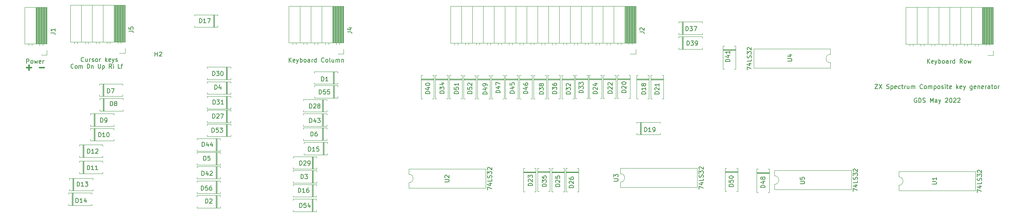
<source format=gbr>
%TF.GenerationSoftware,KiCad,Pcbnew,6.0.2+dfsg-1*%
%TF.CreationDate,2022-05-30T16:29:05+01:00*%
%TF.ProjectId,Keyboard,4b657962-6f61-4726-942e-6b696361645f,rev?*%
%TF.SameCoordinates,Original*%
%TF.FileFunction,Legend,Top*%
%TF.FilePolarity,Positive*%
%FSLAX46Y46*%
G04 Gerber Fmt 4.6, Leading zero omitted, Abs format (unit mm)*
G04 Created by KiCad (PCBNEW 6.0.2+dfsg-1) date 2022-05-30 16:29:05*
%MOMM*%
%LPD*%
G01*
G04 APERTURE LIST*
%ADD10C,0.150000*%
%ADD11C,0.300000*%
%ADD12C,0.120000*%
G04 APERTURE END LIST*
D10*
X45537047Y-104475342D02*
X45491809Y-104522961D01*
X45356095Y-104570580D01*
X45265619Y-104570580D01*
X45129904Y-104522961D01*
X45039428Y-104427723D01*
X44994190Y-104332485D01*
X44948952Y-104142009D01*
X44948952Y-103999152D01*
X44994190Y-103808676D01*
X45039428Y-103713438D01*
X45129904Y-103618200D01*
X45265619Y-103570580D01*
X45356095Y-103570580D01*
X45491809Y-103618200D01*
X45537047Y-103665819D01*
X46079904Y-104570580D02*
X45989428Y-104522961D01*
X45944190Y-104475342D01*
X45898952Y-104380104D01*
X45898952Y-104094390D01*
X45944190Y-103999152D01*
X45989428Y-103951533D01*
X46079904Y-103903914D01*
X46215619Y-103903914D01*
X46306095Y-103951533D01*
X46351333Y-103999152D01*
X46396571Y-104094390D01*
X46396571Y-104380104D01*
X46351333Y-104475342D01*
X46306095Y-104522961D01*
X46215619Y-104570580D01*
X46079904Y-104570580D01*
X46803714Y-104570580D02*
X46803714Y-103903914D01*
X46803714Y-103999152D02*
X46848952Y-103951533D01*
X46939428Y-103903914D01*
X47075142Y-103903914D01*
X47165619Y-103951533D01*
X47210857Y-104046771D01*
X47210857Y-104570580D01*
X47210857Y-104046771D02*
X47256095Y-103951533D01*
X47346571Y-103903914D01*
X47482285Y-103903914D01*
X47572761Y-103951533D01*
X47618000Y-104046771D01*
X47618000Y-104570580D01*
X48794190Y-104570580D02*
X48794190Y-103570580D01*
X49020380Y-103570580D01*
X49156095Y-103618200D01*
X49246571Y-103713438D01*
X49291809Y-103808676D01*
X49337047Y-103999152D01*
X49337047Y-104142009D01*
X49291809Y-104332485D01*
X49246571Y-104427723D01*
X49156095Y-104522961D01*
X49020380Y-104570580D01*
X48794190Y-104570580D01*
X49744190Y-103903914D02*
X49744190Y-104570580D01*
X49744190Y-103999152D02*
X49789428Y-103951533D01*
X49879904Y-103903914D01*
X50015619Y-103903914D01*
X50106095Y-103951533D01*
X50151333Y-104046771D01*
X50151333Y-104570580D01*
X51327523Y-103570580D02*
X51327523Y-104380104D01*
X51372761Y-104475342D01*
X51418000Y-104522961D01*
X51508476Y-104570580D01*
X51689428Y-104570580D01*
X51779904Y-104522961D01*
X51825142Y-104475342D01*
X51870380Y-104380104D01*
X51870380Y-103570580D01*
X52322761Y-103903914D02*
X52322761Y-104903914D01*
X52322761Y-103951533D02*
X52413238Y-103903914D01*
X52594190Y-103903914D01*
X52684666Y-103951533D01*
X52729904Y-103999152D01*
X52775142Y-104094390D01*
X52775142Y-104380104D01*
X52729904Y-104475342D01*
X52684666Y-104522961D01*
X52594190Y-104570580D01*
X52413238Y-104570580D01*
X52322761Y-104522961D01*
X54448952Y-104570580D02*
X54132285Y-104094390D01*
X53906095Y-104570580D02*
X53906095Y-103570580D01*
X54268000Y-103570580D01*
X54358476Y-103618200D01*
X54403714Y-103665819D01*
X54448952Y-103761057D01*
X54448952Y-103903914D01*
X54403714Y-103999152D01*
X54358476Y-104046771D01*
X54268000Y-104094390D01*
X53906095Y-104094390D01*
X54856095Y-104570580D02*
X54856095Y-103903914D01*
X54856095Y-103570580D02*
X54810857Y-103618200D01*
X54856095Y-103665819D01*
X54901333Y-103618200D01*
X54856095Y-103570580D01*
X54856095Y-103665819D01*
X56484666Y-104570580D02*
X56032285Y-104570580D01*
X56032285Y-103570580D01*
X56665619Y-103903914D02*
X57027523Y-103903914D01*
X56801333Y-104570580D02*
X56801333Y-103713438D01*
X56846571Y-103618200D01*
X56937047Y-103570580D01*
X57027523Y-103570580D01*
X232642000Y-108332380D02*
X233308666Y-108332380D01*
X232642000Y-109332380D01*
X233308666Y-109332380D01*
X233594380Y-108332380D02*
X234261047Y-109332380D01*
X234261047Y-108332380D02*
X233594380Y-109332380D01*
X235356285Y-109284761D02*
X235499142Y-109332380D01*
X235737238Y-109332380D01*
X235832476Y-109284761D01*
X235880095Y-109237142D01*
X235927714Y-109141904D01*
X235927714Y-109046666D01*
X235880095Y-108951428D01*
X235832476Y-108903809D01*
X235737238Y-108856190D01*
X235546761Y-108808571D01*
X235451523Y-108760952D01*
X235403904Y-108713333D01*
X235356285Y-108618095D01*
X235356285Y-108522857D01*
X235403904Y-108427619D01*
X235451523Y-108380000D01*
X235546761Y-108332380D01*
X235784857Y-108332380D01*
X235927714Y-108380000D01*
X236356285Y-108665714D02*
X236356285Y-109665714D01*
X236356285Y-108713333D02*
X236451523Y-108665714D01*
X236642000Y-108665714D01*
X236737238Y-108713333D01*
X236784857Y-108760952D01*
X236832476Y-108856190D01*
X236832476Y-109141904D01*
X236784857Y-109237142D01*
X236737238Y-109284761D01*
X236642000Y-109332380D01*
X236451523Y-109332380D01*
X236356285Y-109284761D01*
X237642000Y-109284761D02*
X237546761Y-109332380D01*
X237356285Y-109332380D01*
X237261047Y-109284761D01*
X237213428Y-109189523D01*
X237213428Y-108808571D01*
X237261047Y-108713333D01*
X237356285Y-108665714D01*
X237546761Y-108665714D01*
X237642000Y-108713333D01*
X237689619Y-108808571D01*
X237689619Y-108903809D01*
X237213428Y-108999047D01*
X238546761Y-109284761D02*
X238451523Y-109332380D01*
X238261047Y-109332380D01*
X238165809Y-109284761D01*
X238118190Y-109237142D01*
X238070571Y-109141904D01*
X238070571Y-108856190D01*
X238118190Y-108760952D01*
X238165809Y-108713333D01*
X238261047Y-108665714D01*
X238451523Y-108665714D01*
X238546761Y-108713333D01*
X238832476Y-108665714D02*
X239213428Y-108665714D01*
X238975333Y-108332380D02*
X238975333Y-109189523D01*
X239022952Y-109284761D01*
X239118190Y-109332380D01*
X239213428Y-109332380D01*
X239546761Y-109332380D02*
X239546761Y-108665714D01*
X239546761Y-108856190D02*
X239594380Y-108760952D01*
X239642000Y-108713333D01*
X239737238Y-108665714D01*
X239832476Y-108665714D01*
X240594380Y-108665714D02*
X240594380Y-109332380D01*
X240165809Y-108665714D02*
X240165809Y-109189523D01*
X240213428Y-109284761D01*
X240308666Y-109332380D01*
X240451523Y-109332380D01*
X240546761Y-109284761D01*
X240594380Y-109237142D01*
X241070571Y-109332380D02*
X241070571Y-108665714D01*
X241070571Y-108760952D02*
X241118190Y-108713333D01*
X241213428Y-108665714D01*
X241356285Y-108665714D01*
X241451523Y-108713333D01*
X241499142Y-108808571D01*
X241499142Y-109332380D01*
X241499142Y-108808571D02*
X241546761Y-108713333D01*
X241642000Y-108665714D01*
X241784857Y-108665714D01*
X241880095Y-108713333D01*
X241927714Y-108808571D01*
X241927714Y-109332380D01*
X243737238Y-109237142D02*
X243689619Y-109284761D01*
X243546761Y-109332380D01*
X243451523Y-109332380D01*
X243308666Y-109284761D01*
X243213428Y-109189523D01*
X243165809Y-109094285D01*
X243118190Y-108903809D01*
X243118190Y-108760952D01*
X243165809Y-108570476D01*
X243213428Y-108475238D01*
X243308666Y-108380000D01*
X243451523Y-108332380D01*
X243546761Y-108332380D01*
X243689619Y-108380000D01*
X243737238Y-108427619D01*
X244308666Y-109332380D02*
X244213428Y-109284761D01*
X244165809Y-109237142D01*
X244118190Y-109141904D01*
X244118190Y-108856190D01*
X244165809Y-108760952D01*
X244213428Y-108713333D01*
X244308666Y-108665714D01*
X244451523Y-108665714D01*
X244546761Y-108713333D01*
X244594380Y-108760952D01*
X244642000Y-108856190D01*
X244642000Y-109141904D01*
X244594380Y-109237142D01*
X244546761Y-109284761D01*
X244451523Y-109332380D01*
X244308666Y-109332380D01*
X245070571Y-109332380D02*
X245070571Y-108665714D01*
X245070571Y-108760952D02*
X245118190Y-108713333D01*
X245213428Y-108665714D01*
X245356285Y-108665714D01*
X245451523Y-108713333D01*
X245499142Y-108808571D01*
X245499142Y-109332380D01*
X245499142Y-108808571D02*
X245546761Y-108713333D01*
X245642000Y-108665714D01*
X245784857Y-108665714D01*
X245880095Y-108713333D01*
X245927714Y-108808571D01*
X245927714Y-109332380D01*
X246403904Y-108665714D02*
X246403904Y-109665714D01*
X246403904Y-108713333D02*
X246499142Y-108665714D01*
X246689619Y-108665714D01*
X246784857Y-108713333D01*
X246832476Y-108760952D01*
X246880095Y-108856190D01*
X246880095Y-109141904D01*
X246832476Y-109237142D01*
X246784857Y-109284761D01*
X246689619Y-109332380D01*
X246499142Y-109332380D01*
X246403904Y-109284761D01*
X247451523Y-109332380D02*
X247356285Y-109284761D01*
X247308666Y-109237142D01*
X247261047Y-109141904D01*
X247261047Y-108856190D01*
X247308666Y-108760952D01*
X247356285Y-108713333D01*
X247451523Y-108665714D01*
X247594380Y-108665714D01*
X247689619Y-108713333D01*
X247737238Y-108760952D01*
X247784857Y-108856190D01*
X247784857Y-109141904D01*
X247737238Y-109237142D01*
X247689619Y-109284761D01*
X247594380Y-109332380D01*
X247451523Y-109332380D01*
X248165809Y-109284761D02*
X248261047Y-109332380D01*
X248451523Y-109332380D01*
X248546761Y-109284761D01*
X248594380Y-109189523D01*
X248594380Y-109141904D01*
X248546761Y-109046666D01*
X248451523Y-108999047D01*
X248308666Y-108999047D01*
X248213428Y-108951428D01*
X248165809Y-108856190D01*
X248165809Y-108808571D01*
X248213428Y-108713333D01*
X248308666Y-108665714D01*
X248451523Y-108665714D01*
X248546761Y-108713333D01*
X249022952Y-109332380D02*
X249022952Y-108665714D01*
X249022952Y-108332380D02*
X248975333Y-108380000D01*
X249022952Y-108427619D01*
X249070571Y-108380000D01*
X249022952Y-108332380D01*
X249022952Y-108427619D01*
X249356285Y-108665714D02*
X249737238Y-108665714D01*
X249499142Y-108332380D02*
X249499142Y-109189523D01*
X249546761Y-109284761D01*
X249642000Y-109332380D01*
X249737238Y-109332380D01*
X250451523Y-109284761D02*
X250356285Y-109332380D01*
X250165809Y-109332380D01*
X250070571Y-109284761D01*
X250022952Y-109189523D01*
X250022952Y-108808571D01*
X250070571Y-108713333D01*
X250165809Y-108665714D01*
X250356285Y-108665714D01*
X250451523Y-108713333D01*
X250499142Y-108808571D01*
X250499142Y-108903809D01*
X250022952Y-108999047D01*
X251689619Y-109332380D02*
X251689619Y-108332380D01*
X251784857Y-108951428D02*
X252070571Y-109332380D01*
X252070571Y-108665714D02*
X251689619Y-109046666D01*
X252880095Y-109284761D02*
X252784857Y-109332380D01*
X252594380Y-109332380D01*
X252499142Y-109284761D01*
X252451523Y-109189523D01*
X252451523Y-108808571D01*
X252499142Y-108713333D01*
X252594380Y-108665714D01*
X252784857Y-108665714D01*
X252880095Y-108713333D01*
X252927714Y-108808571D01*
X252927714Y-108903809D01*
X252451523Y-108999047D01*
X253261047Y-108665714D02*
X253499142Y-109332380D01*
X253737238Y-108665714D02*
X253499142Y-109332380D01*
X253403904Y-109570476D01*
X253356285Y-109618095D01*
X253261047Y-109665714D01*
X255308666Y-108665714D02*
X255308666Y-109475238D01*
X255261047Y-109570476D01*
X255213428Y-109618095D01*
X255118190Y-109665714D01*
X254975333Y-109665714D01*
X254880095Y-109618095D01*
X255308666Y-109284761D02*
X255213428Y-109332380D01*
X255022952Y-109332380D01*
X254927714Y-109284761D01*
X254880095Y-109237142D01*
X254832476Y-109141904D01*
X254832476Y-108856190D01*
X254880095Y-108760952D01*
X254927714Y-108713333D01*
X255022952Y-108665714D01*
X255213428Y-108665714D01*
X255308666Y-108713333D01*
X256165809Y-109284761D02*
X256070571Y-109332380D01*
X255880095Y-109332380D01*
X255784857Y-109284761D01*
X255737238Y-109189523D01*
X255737238Y-108808571D01*
X255784857Y-108713333D01*
X255880095Y-108665714D01*
X256070571Y-108665714D01*
X256165809Y-108713333D01*
X256213428Y-108808571D01*
X256213428Y-108903809D01*
X255737238Y-108999047D01*
X256642000Y-108665714D02*
X256642000Y-109332380D01*
X256642000Y-108760952D02*
X256689619Y-108713333D01*
X256784857Y-108665714D01*
X256927714Y-108665714D01*
X257022952Y-108713333D01*
X257070571Y-108808571D01*
X257070571Y-109332380D01*
X257927714Y-109284761D02*
X257832476Y-109332380D01*
X257642000Y-109332380D01*
X257546761Y-109284761D01*
X257499142Y-109189523D01*
X257499142Y-108808571D01*
X257546761Y-108713333D01*
X257642000Y-108665714D01*
X257832476Y-108665714D01*
X257927714Y-108713333D01*
X257975333Y-108808571D01*
X257975333Y-108903809D01*
X257499142Y-108999047D01*
X258403904Y-109332380D02*
X258403904Y-108665714D01*
X258403904Y-108856190D02*
X258451523Y-108760952D01*
X258499142Y-108713333D01*
X258594380Y-108665714D01*
X258689619Y-108665714D01*
X259451523Y-109332380D02*
X259451523Y-108808571D01*
X259403904Y-108713333D01*
X259308666Y-108665714D01*
X259118190Y-108665714D01*
X259022952Y-108713333D01*
X259451523Y-109284761D02*
X259356285Y-109332380D01*
X259118190Y-109332380D01*
X259022952Y-109284761D01*
X258975333Y-109189523D01*
X258975333Y-109094285D01*
X259022952Y-108999047D01*
X259118190Y-108951428D01*
X259356285Y-108951428D01*
X259451523Y-108903809D01*
X259784857Y-108665714D02*
X260165809Y-108665714D01*
X259927714Y-108332380D02*
X259927714Y-109189523D01*
X259975333Y-109284761D01*
X260070571Y-109332380D01*
X260165809Y-109332380D01*
X260642000Y-109332380D02*
X260546761Y-109284761D01*
X260499142Y-109237142D01*
X260451523Y-109141904D01*
X260451523Y-108856190D01*
X260499142Y-108760952D01*
X260546761Y-108713333D01*
X260642000Y-108665714D01*
X260784857Y-108665714D01*
X260880095Y-108713333D01*
X260927714Y-108760952D01*
X260975333Y-108856190D01*
X260975333Y-109141904D01*
X260927714Y-109237142D01*
X260880095Y-109284761D01*
X260784857Y-109332380D01*
X260642000Y-109332380D01*
X261403904Y-109332380D02*
X261403904Y-108665714D01*
X261403904Y-108856190D02*
X261451523Y-108760952D01*
X261499142Y-108713333D01*
X261594380Y-108665714D01*
X261689619Y-108665714D01*
X242356285Y-111600000D02*
X242261047Y-111552380D01*
X242118190Y-111552380D01*
X241975333Y-111600000D01*
X241880095Y-111695238D01*
X241832476Y-111790476D01*
X241784857Y-111980952D01*
X241784857Y-112123809D01*
X241832476Y-112314285D01*
X241880095Y-112409523D01*
X241975333Y-112504761D01*
X242118190Y-112552380D01*
X242213428Y-112552380D01*
X242356285Y-112504761D01*
X242403904Y-112457142D01*
X242403904Y-112123809D01*
X242213428Y-112123809D01*
X242832476Y-112552380D02*
X242832476Y-111552380D01*
X243070571Y-111552380D01*
X243213428Y-111600000D01*
X243308666Y-111695238D01*
X243356285Y-111790476D01*
X243403904Y-111980952D01*
X243403904Y-112123809D01*
X243356285Y-112314285D01*
X243308666Y-112409523D01*
X243213428Y-112504761D01*
X243070571Y-112552380D01*
X242832476Y-112552380D01*
X243784857Y-112504761D02*
X243927714Y-112552380D01*
X244165809Y-112552380D01*
X244261047Y-112504761D01*
X244308666Y-112457142D01*
X244356285Y-112361904D01*
X244356285Y-112266666D01*
X244308666Y-112171428D01*
X244261047Y-112123809D01*
X244165809Y-112076190D01*
X243975333Y-112028571D01*
X243880095Y-111980952D01*
X243832476Y-111933333D01*
X243784857Y-111838095D01*
X243784857Y-111742857D01*
X243832476Y-111647619D01*
X243880095Y-111600000D01*
X243975333Y-111552380D01*
X244213428Y-111552380D01*
X244356285Y-111600000D01*
X245546761Y-112552380D02*
X245546761Y-111552380D01*
X245880095Y-112266666D01*
X246213428Y-111552380D01*
X246213428Y-112552380D01*
X247118190Y-112552380D02*
X247118190Y-112028571D01*
X247070571Y-111933333D01*
X246975333Y-111885714D01*
X246784857Y-111885714D01*
X246689619Y-111933333D01*
X247118190Y-112504761D02*
X247022952Y-112552380D01*
X246784857Y-112552380D01*
X246689619Y-112504761D01*
X246642000Y-112409523D01*
X246642000Y-112314285D01*
X246689619Y-112219047D01*
X246784857Y-112171428D01*
X247022952Y-112171428D01*
X247118190Y-112123809D01*
X247499142Y-111885714D02*
X247737238Y-112552380D01*
X247975333Y-111885714D02*
X247737238Y-112552380D01*
X247642000Y-112790476D01*
X247594380Y-112838095D01*
X247499142Y-112885714D01*
X249070571Y-111647619D02*
X249118190Y-111600000D01*
X249213428Y-111552380D01*
X249451523Y-111552380D01*
X249546761Y-111600000D01*
X249594380Y-111647619D01*
X249642000Y-111742857D01*
X249642000Y-111838095D01*
X249594380Y-111980952D01*
X249022952Y-112552380D01*
X249642000Y-112552380D01*
X250261047Y-111552380D02*
X250356285Y-111552380D01*
X250451523Y-111600000D01*
X250499142Y-111647619D01*
X250546761Y-111742857D01*
X250594380Y-111933333D01*
X250594380Y-112171428D01*
X250546761Y-112361904D01*
X250499142Y-112457142D01*
X250451523Y-112504761D01*
X250356285Y-112552380D01*
X250261047Y-112552380D01*
X250165809Y-112504761D01*
X250118190Y-112457142D01*
X250070571Y-112361904D01*
X250022952Y-112171428D01*
X250022952Y-111933333D01*
X250070571Y-111742857D01*
X250118190Y-111647619D01*
X250165809Y-111600000D01*
X250261047Y-111552380D01*
X250975333Y-111647619D02*
X251022952Y-111600000D01*
X251118190Y-111552380D01*
X251356285Y-111552380D01*
X251451523Y-111600000D01*
X251499142Y-111647619D01*
X251546761Y-111742857D01*
X251546761Y-111838095D01*
X251499142Y-111980952D01*
X250927714Y-112552380D01*
X251546761Y-112552380D01*
X251927714Y-111647619D02*
X251975333Y-111600000D01*
X252070571Y-111552380D01*
X252308666Y-111552380D01*
X252403904Y-111600000D01*
X252451523Y-111647619D01*
X252499142Y-111742857D01*
X252499142Y-111838095D01*
X252451523Y-111980952D01*
X251880095Y-112552380D01*
X252499142Y-112552380D01*
D11*
X34596771Y-104417457D02*
X35739628Y-104417457D01*
X35168200Y-103846028D02*
X35168200Y-104988885D01*
X37596771Y-104417457D02*
X38739628Y-104417457D01*
D10*
%TO.C,J2*%
X177722380Y-96053333D02*
X178436666Y-96053333D01*
X178579523Y-96100952D01*
X178674761Y-96196190D01*
X178722380Y-96339047D01*
X178722380Y-96434285D01*
X177817619Y-95624761D02*
X177770000Y-95577142D01*
X177722380Y-95481904D01*
X177722380Y-95243809D01*
X177770000Y-95148571D01*
X177817619Y-95100952D01*
X177912857Y-95053333D01*
X178008095Y-95053333D01*
X178150952Y-95100952D01*
X178722380Y-95672380D01*
X178722380Y-95053333D01*
%TO.C,U4*%
X212218780Y-102898904D02*
X213028304Y-102898904D01*
X213123542Y-102851285D01*
X213171161Y-102803666D01*
X213218780Y-102708428D01*
X213218780Y-102517952D01*
X213171161Y-102422714D01*
X213123542Y-102375095D01*
X213028304Y-102327476D01*
X212218780Y-102327476D01*
X212552114Y-101422714D02*
X213218780Y-101422714D01*
X212171161Y-101660809D02*
X212885447Y-101898904D01*
X212885447Y-101279857D01*
X202776780Y-104906857D02*
X202776780Y-104240190D01*
X203776780Y-104668761D01*
X203110114Y-103430666D02*
X203776780Y-103430666D01*
X202729161Y-103668761D02*
X203443447Y-103906857D01*
X203443447Y-103287809D01*
X203776780Y-102430666D02*
X203776780Y-102906857D01*
X202776780Y-102906857D01*
X203729161Y-102144952D02*
X203776780Y-102002095D01*
X203776780Y-101764000D01*
X203729161Y-101668761D01*
X203681542Y-101621142D01*
X203586304Y-101573523D01*
X203491066Y-101573523D01*
X203395828Y-101621142D01*
X203348209Y-101668761D01*
X203300590Y-101764000D01*
X203252971Y-101954476D01*
X203205352Y-102049714D01*
X203157733Y-102097333D01*
X203062495Y-102144952D01*
X202967257Y-102144952D01*
X202872019Y-102097333D01*
X202824400Y-102049714D01*
X202776780Y-101954476D01*
X202776780Y-101716380D01*
X202824400Y-101573523D01*
X202776780Y-101240190D02*
X202776780Y-100621142D01*
X203157733Y-100954476D01*
X203157733Y-100811619D01*
X203205352Y-100716380D01*
X203252971Y-100668761D01*
X203348209Y-100621142D01*
X203586304Y-100621142D01*
X203681542Y-100668761D01*
X203729161Y-100716380D01*
X203776780Y-100811619D01*
X203776780Y-101097333D01*
X203729161Y-101192571D01*
X203681542Y-101240190D01*
X202872019Y-100240190D02*
X202824400Y-100192571D01*
X202776780Y-100097333D01*
X202776780Y-99859238D01*
X202824400Y-99764000D01*
X202872019Y-99716380D01*
X202967257Y-99668761D01*
X203062495Y-99668761D01*
X203205352Y-99716380D01*
X203776780Y-100287809D01*
X203776780Y-99668761D01*
%TO.C,D28*%
X100630314Y-113892380D02*
X100630314Y-112892380D01*
X100868409Y-112892380D01*
X101011266Y-112940000D01*
X101106504Y-113035238D01*
X101154123Y-113130476D01*
X101201742Y-113320952D01*
X101201742Y-113463809D01*
X101154123Y-113654285D01*
X101106504Y-113749523D01*
X101011266Y-113844761D01*
X100868409Y-113892380D01*
X100630314Y-113892380D01*
X101582695Y-112987619D02*
X101630314Y-112940000D01*
X101725552Y-112892380D01*
X101963647Y-112892380D01*
X102058885Y-112940000D01*
X102106504Y-112987619D01*
X102154123Y-113082857D01*
X102154123Y-113178095D01*
X102106504Y-113320952D01*
X101535076Y-113892380D01*
X102154123Y-113892380D01*
X102725552Y-113320952D02*
X102630314Y-113273333D01*
X102582695Y-113225714D01*
X102535076Y-113130476D01*
X102535076Y-113082857D01*
X102582695Y-112987619D01*
X102630314Y-112940000D01*
X102725552Y-112892380D01*
X102916028Y-112892380D01*
X103011266Y-112940000D01*
X103058885Y-112987619D01*
X103106504Y-113082857D01*
X103106504Y-113130476D01*
X103058885Y-113225714D01*
X103011266Y-113273333D01*
X102916028Y-113320952D01*
X102725552Y-113320952D01*
X102630314Y-113368571D01*
X102582695Y-113416190D01*
X102535076Y-113511428D01*
X102535076Y-113701904D01*
X102582695Y-113797142D01*
X102630314Y-113844761D01*
X102725552Y-113892380D01*
X102916028Y-113892380D01*
X103011266Y-113844761D01*
X103058885Y-113797142D01*
X103106504Y-113701904D01*
X103106504Y-113511428D01*
X103058885Y-113416190D01*
X103011266Y-113368571D01*
X102916028Y-113320952D01*
%TO.C,D47*%
X145146780Y-110285485D02*
X144146780Y-110285485D01*
X144146780Y-110047390D01*
X144194400Y-109904533D01*
X144289638Y-109809295D01*
X144384876Y-109761676D01*
X144575352Y-109714057D01*
X144718209Y-109714057D01*
X144908685Y-109761676D01*
X145003923Y-109809295D01*
X145099161Y-109904533D01*
X145146780Y-110047390D01*
X145146780Y-110285485D01*
X144480114Y-108856914D02*
X145146780Y-108856914D01*
X144099161Y-109095009D02*
X144813447Y-109333104D01*
X144813447Y-108714057D01*
X144146780Y-108428342D02*
X144146780Y-107761676D01*
X145146780Y-108190247D01*
%TO.C,D22*%
X171283380Y-110387085D02*
X170283380Y-110387085D01*
X170283380Y-110148990D01*
X170331000Y-110006133D01*
X170426238Y-109910895D01*
X170521476Y-109863276D01*
X170711952Y-109815657D01*
X170854809Y-109815657D01*
X171045285Y-109863276D01*
X171140523Y-109910895D01*
X171235761Y-110006133D01*
X171283380Y-110148990D01*
X171283380Y-110387085D01*
X170378619Y-109434704D02*
X170331000Y-109387085D01*
X170283380Y-109291847D01*
X170283380Y-109053752D01*
X170331000Y-108958514D01*
X170378619Y-108910895D01*
X170473857Y-108863276D01*
X170569095Y-108863276D01*
X170711952Y-108910895D01*
X171283380Y-109482323D01*
X171283380Y-108863276D01*
X170378619Y-108482323D02*
X170331000Y-108434704D01*
X170283380Y-108339466D01*
X170283380Y-108101371D01*
X170331000Y-108006133D01*
X170378619Y-107958514D01*
X170473857Y-107910895D01*
X170569095Y-107910895D01*
X170711952Y-107958514D01*
X171283380Y-108529942D01*
X171283380Y-107910895D01*
%TO.C,D1*%
X103443304Y-107542380D02*
X103443304Y-106542380D01*
X103681400Y-106542380D01*
X103824257Y-106590000D01*
X103919495Y-106685238D01*
X103967114Y-106780476D01*
X104014733Y-106970952D01*
X104014733Y-107113809D01*
X103967114Y-107304285D01*
X103919495Y-107399523D01*
X103824257Y-107494761D01*
X103681400Y-107542380D01*
X103443304Y-107542380D01*
X104967114Y-107542380D02*
X104395685Y-107542380D01*
X104681400Y-107542380D02*
X104681400Y-106542380D01*
X104586161Y-106685238D01*
X104490923Y-106780476D01*
X104395685Y-106828095D01*
%TO.C,D44*%
X75585914Y-122858580D02*
X75585914Y-121858580D01*
X75824009Y-121858580D01*
X75966866Y-121906200D01*
X76062104Y-122001438D01*
X76109723Y-122096676D01*
X76157342Y-122287152D01*
X76157342Y-122430009D01*
X76109723Y-122620485D01*
X76062104Y-122715723D01*
X75966866Y-122810961D01*
X75824009Y-122858580D01*
X75585914Y-122858580D01*
X77014485Y-122191914D02*
X77014485Y-122858580D01*
X76776390Y-121810961D02*
X76538295Y-122525247D01*
X77157342Y-122525247D01*
X77966866Y-122191914D02*
X77966866Y-122858580D01*
X77728771Y-121810961D02*
X77490676Y-122525247D01*
X78109723Y-122525247D01*
%TO.C,D12*%
X48814314Y-124433380D02*
X48814314Y-123433380D01*
X49052409Y-123433380D01*
X49195266Y-123481000D01*
X49290504Y-123576238D01*
X49338123Y-123671476D01*
X49385742Y-123861952D01*
X49385742Y-124004809D01*
X49338123Y-124195285D01*
X49290504Y-124290523D01*
X49195266Y-124385761D01*
X49052409Y-124433380D01*
X48814314Y-124433380D01*
X50338123Y-124433380D02*
X49766695Y-124433380D01*
X50052409Y-124433380D02*
X50052409Y-123433380D01*
X49957171Y-123576238D01*
X49861933Y-123671476D01*
X49766695Y-123719095D01*
X50719076Y-123528619D02*
X50766695Y-123481000D01*
X50861933Y-123433380D01*
X51100028Y-123433380D01*
X51195266Y-123481000D01*
X51242885Y-123528619D01*
X51290504Y-123623857D01*
X51290504Y-123719095D01*
X51242885Y-123861952D01*
X50671457Y-124433380D01*
X51290504Y-124433380D01*
%TO.C,D25*%
X159065980Y-132231085D02*
X158065980Y-132231085D01*
X158065980Y-131992990D01*
X158113600Y-131850133D01*
X158208838Y-131754895D01*
X158304076Y-131707276D01*
X158494552Y-131659657D01*
X158637409Y-131659657D01*
X158827885Y-131707276D01*
X158923123Y-131754895D01*
X159018361Y-131850133D01*
X159065980Y-131992990D01*
X159065980Y-132231085D01*
X158161219Y-131278704D02*
X158113600Y-131231085D01*
X158065980Y-131135847D01*
X158065980Y-130897752D01*
X158113600Y-130802514D01*
X158161219Y-130754895D01*
X158256457Y-130707276D01*
X158351695Y-130707276D01*
X158494552Y-130754895D01*
X159065980Y-131326323D01*
X159065980Y-130707276D01*
X158065980Y-129802514D02*
X158065980Y-130278704D01*
X158542171Y-130326323D01*
X158494552Y-130278704D01*
X158446933Y-130183466D01*
X158446933Y-129945371D01*
X158494552Y-129850133D01*
X158542171Y-129802514D01*
X158637409Y-129754895D01*
X158875504Y-129754895D01*
X158970742Y-129802514D01*
X159018361Y-129850133D01*
X159065980Y-129945371D01*
X159065980Y-130183466D01*
X159018361Y-130278704D01*
X158970742Y-130326323D01*
%TO.C,D41*%
X198766180Y-102995685D02*
X197766180Y-102995685D01*
X197766180Y-102757590D01*
X197813800Y-102614733D01*
X197909038Y-102519495D01*
X198004276Y-102471876D01*
X198194752Y-102424257D01*
X198337609Y-102424257D01*
X198528085Y-102471876D01*
X198623323Y-102519495D01*
X198718561Y-102614733D01*
X198766180Y-102757590D01*
X198766180Y-102995685D01*
X198099514Y-101567114D02*
X198766180Y-101567114D01*
X197718561Y-101805209D02*
X198432847Y-102043304D01*
X198432847Y-101424257D01*
X198766180Y-100519495D02*
X198766180Y-101090923D01*
X198766180Y-100805209D02*
X197766180Y-100805209D01*
X197909038Y-100900447D01*
X198004276Y-100995685D01*
X198051895Y-101090923D01*
%TO.C,D52*%
X138568180Y-110463285D02*
X137568180Y-110463285D01*
X137568180Y-110225190D01*
X137615800Y-110082333D01*
X137711038Y-109987095D01*
X137806276Y-109939476D01*
X137996752Y-109891857D01*
X138139609Y-109891857D01*
X138330085Y-109939476D01*
X138425323Y-109987095D01*
X138520561Y-110082333D01*
X138568180Y-110225190D01*
X138568180Y-110463285D01*
X137568180Y-108987095D02*
X137568180Y-109463285D01*
X138044371Y-109510904D01*
X137996752Y-109463285D01*
X137949133Y-109368047D01*
X137949133Y-109129952D01*
X137996752Y-109034714D01*
X138044371Y-108987095D01*
X138139609Y-108939476D01*
X138377704Y-108939476D01*
X138472942Y-108987095D01*
X138520561Y-109034714D01*
X138568180Y-109129952D01*
X138568180Y-109368047D01*
X138520561Y-109463285D01*
X138472942Y-109510904D01*
X137663419Y-108558523D02*
X137615800Y-108510904D01*
X137568180Y-108415666D01*
X137568180Y-108177571D01*
X137615800Y-108082333D01*
X137663419Y-108034714D01*
X137758657Y-107987095D01*
X137853895Y-107987095D01*
X137996752Y-108034714D01*
X138568180Y-108606142D01*
X138568180Y-107987095D01*
%TO.C,D6*%
X100928704Y-120445580D02*
X100928704Y-119445580D01*
X101166800Y-119445580D01*
X101309657Y-119493200D01*
X101404895Y-119588438D01*
X101452514Y-119683676D01*
X101500133Y-119874152D01*
X101500133Y-120017009D01*
X101452514Y-120207485D01*
X101404895Y-120302723D01*
X101309657Y-120397961D01*
X101166800Y-120445580D01*
X100928704Y-120445580D01*
X102357276Y-119445580D02*
X102166800Y-119445580D01*
X102071561Y-119493200D01*
X102023942Y-119540819D01*
X101928704Y-119683676D01*
X101881085Y-119874152D01*
X101881085Y-120255104D01*
X101928704Y-120350342D01*
X101976323Y-120397961D01*
X102071561Y-120445580D01*
X102262038Y-120445580D01*
X102357276Y-120397961D01*
X102404895Y-120350342D01*
X102452514Y-120255104D01*
X102452514Y-120017009D01*
X102404895Y-119921771D01*
X102357276Y-119874152D01*
X102262038Y-119826533D01*
X102071561Y-119826533D01*
X101976323Y-119874152D01*
X101928704Y-119921771D01*
X101881085Y-120017009D01*
%TO.C,D8*%
X54141904Y-113333580D02*
X54141904Y-112333580D01*
X54380000Y-112333580D01*
X54522857Y-112381200D01*
X54618095Y-112476438D01*
X54665714Y-112571676D01*
X54713333Y-112762152D01*
X54713333Y-112905009D01*
X54665714Y-113095485D01*
X54618095Y-113190723D01*
X54522857Y-113285961D01*
X54380000Y-113333580D01*
X54141904Y-113333580D01*
X55284761Y-112762152D02*
X55189523Y-112714533D01*
X55141904Y-112666914D01*
X55094285Y-112571676D01*
X55094285Y-112524057D01*
X55141904Y-112428819D01*
X55189523Y-112381200D01*
X55284761Y-112333580D01*
X55475238Y-112333580D01*
X55570476Y-112381200D01*
X55618095Y-112428819D01*
X55665714Y-112524057D01*
X55665714Y-112571676D01*
X55618095Y-112666914D01*
X55570476Y-112714533D01*
X55475238Y-112762152D01*
X55284761Y-112762152D01*
X55189523Y-112809771D01*
X55141904Y-112857390D01*
X55094285Y-112952628D01*
X55094285Y-113143104D01*
X55141904Y-113238342D01*
X55189523Y-113285961D01*
X55284761Y-113333580D01*
X55475238Y-113333580D01*
X55570476Y-113285961D01*
X55618095Y-113238342D01*
X55665714Y-113143104D01*
X55665714Y-112952628D01*
X55618095Y-112857390D01*
X55570476Y-112809771D01*
X55475238Y-112762152D01*
%TO.C,D31*%
X78100514Y-112977980D02*
X78100514Y-111977980D01*
X78338609Y-111977980D01*
X78481466Y-112025600D01*
X78576704Y-112120838D01*
X78624323Y-112216076D01*
X78671942Y-112406552D01*
X78671942Y-112549409D01*
X78624323Y-112739885D01*
X78576704Y-112835123D01*
X78481466Y-112930361D01*
X78338609Y-112977980D01*
X78100514Y-112977980D01*
X79005276Y-111977980D02*
X79624323Y-111977980D01*
X79290990Y-112358933D01*
X79433847Y-112358933D01*
X79529085Y-112406552D01*
X79576704Y-112454171D01*
X79624323Y-112549409D01*
X79624323Y-112787504D01*
X79576704Y-112882742D01*
X79529085Y-112930361D01*
X79433847Y-112977980D01*
X79148133Y-112977980D01*
X79052895Y-112930361D01*
X79005276Y-112882742D01*
X80576704Y-112977980D02*
X80005276Y-112977980D01*
X80290990Y-112977980D02*
X80290990Y-111977980D01*
X80195752Y-112120838D01*
X80100514Y-112216076D01*
X80005276Y-112263695D01*
%TO.C,D16*%
X98039514Y-133602780D02*
X98039514Y-132602780D01*
X98277609Y-132602780D01*
X98420466Y-132650400D01*
X98515704Y-132745638D01*
X98563323Y-132840876D01*
X98610942Y-133031352D01*
X98610942Y-133174209D01*
X98563323Y-133364685D01*
X98515704Y-133459923D01*
X98420466Y-133555161D01*
X98277609Y-133602780D01*
X98039514Y-133602780D01*
X99563323Y-133602780D02*
X98991895Y-133602780D01*
X99277609Y-133602780D02*
X99277609Y-132602780D01*
X99182371Y-132745638D01*
X99087133Y-132840876D01*
X98991895Y-132888495D01*
X100420466Y-132602780D02*
X100229990Y-132602780D01*
X100134752Y-132650400D01*
X100087133Y-132698019D01*
X99991895Y-132840876D01*
X99944276Y-133031352D01*
X99944276Y-133412304D01*
X99991895Y-133507542D01*
X100039514Y-133555161D01*
X100134752Y-133602780D01*
X100325228Y-133602780D01*
X100420466Y-133555161D01*
X100468085Y-133507542D01*
X100515704Y-133412304D01*
X100515704Y-133174209D01*
X100468085Y-133078971D01*
X100420466Y-133031352D01*
X100325228Y-132983733D01*
X100134752Y-132983733D01*
X100039514Y-133031352D01*
X99991895Y-133078971D01*
X99944276Y-133174209D01*
%TO.C,D46*%
X151572980Y-110437885D02*
X150572980Y-110437885D01*
X150572980Y-110199790D01*
X150620600Y-110056933D01*
X150715838Y-109961695D01*
X150811076Y-109914076D01*
X151001552Y-109866457D01*
X151144409Y-109866457D01*
X151334885Y-109914076D01*
X151430123Y-109961695D01*
X151525361Y-110056933D01*
X151572980Y-110199790D01*
X151572980Y-110437885D01*
X150906314Y-109009314D02*
X151572980Y-109009314D01*
X150525361Y-109247409D02*
X151239647Y-109485504D01*
X151239647Y-108866457D01*
X150572980Y-108056933D02*
X150572980Y-108247409D01*
X150620600Y-108342647D01*
X150668219Y-108390266D01*
X150811076Y-108485504D01*
X151001552Y-108533123D01*
X151382504Y-108533123D01*
X151477742Y-108485504D01*
X151525361Y-108437885D01*
X151572980Y-108342647D01*
X151572980Y-108152171D01*
X151525361Y-108056933D01*
X151477742Y-108009314D01*
X151382504Y-107961695D01*
X151144409Y-107961695D01*
X151049171Y-108009314D01*
X151001552Y-108056933D01*
X150953933Y-108152171D01*
X150953933Y-108342647D01*
X151001552Y-108437885D01*
X151049171Y-108485504D01*
X151144409Y-108533123D01*
%TO.C,H2*%
X64576095Y-101721580D02*
X64576095Y-100721580D01*
X64576095Y-101197771D02*
X65147523Y-101197771D01*
X65147523Y-101721580D02*
X65147523Y-100721580D01*
X65576095Y-100816819D02*
X65623714Y-100769200D01*
X65718952Y-100721580D01*
X65957047Y-100721580D01*
X66052285Y-100769200D01*
X66099904Y-100816819D01*
X66147523Y-100912057D01*
X66147523Y-101007295D01*
X66099904Y-101150152D01*
X65528476Y-101721580D01*
X66147523Y-101721580D01*
%TO.C,D55*%
X102890914Y-110590380D02*
X102890914Y-109590380D01*
X103129009Y-109590380D01*
X103271866Y-109638000D01*
X103367104Y-109733238D01*
X103414723Y-109828476D01*
X103462342Y-110018952D01*
X103462342Y-110161809D01*
X103414723Y-110352285D01*
X103367104Y-110447523D01*
X103271866Y-110542761D01*
X103129009Y-110590380D01*
X102890914Y-110590380D01*
X104367104Y-109590380D02*
X103890914Y-109590380D01*
X103843295Y-110066571D01*
X103890914Y-110018952D01*
X103986152Y-109971333D01*
X104224247Y-109971333D01*
X104319485Y-110018952D01*
X104367104Y-110066571D01*
X104414723Y-110161809D01*
X104414723Y-110399904D01*
X104367104Y-110495142D01*
X104319485Y-110542761D01*
X104224247Y-110590380D01*
X103986152Y-110590380D01*
X103890914Y-110542761D01*
X103843295Y-110495142D01*
X105319485Y-109590380D02*
X104843295Y-109590380D01*
X104795676Y-110066571D01*
X104843295Y-110018952D01*
X104938533Y-109971333D01*
X105176628Y-109971333D01*
X105271866Y-110018952D01*
X105319485Y-110066571D01*
X105367104Y-110161809D01*
X105367104Y-110399904D01*
X105319485Y-110495142D01*
X105271866Y-110542761D01*
X105176628Y-110590380D01*
X104938533Y-110590380D01*
X104843295Y-110542761D01*
X104795676Y-110495142D01*
%TO.C,D30*%
X77998914Y-106272380D02*
X77998914Y-105272380D01*
X78237009Y-105272380D01*
X78379866Y-105320000D01*
X78475104Y-105415238D01*
X78522723Y-105510476D01*
X78570342Y-105700952D01*
X78570342Y-105843809D01*
X78522723Y-106034285D01*
X78475104Y-106129523D01*
X78379866Y-106224761D01*
X78237009Y-106272380D01*
X77998914Y-106272380D01*
X78903676Y-105272380D02*
X79522723Y-105272380D01*
X79189390Y-105653333D01*
X79332247Y-105653333D01*
X79427485Y-105700952D01*
X79475104Y-105748571D01*
X79522723Y-105843809D01*
X79522723Y-106081904D01*
X79475104Y-106177142D01*
X79427485Y-106224761D01*
X79332247Y-106272380D01*
X79046533Y-106272380D01*
X78951295Y-106224761D01*
X78903676Y-106177142D01*
X80141771Y-105272380D02*
X80237009Y-105272380D01*
X80332247Y-105320000D01*
X80379866Y-105367619D01*
X80427485Y-105462857D01*
X80475104Y-105653333D01*
X80475104Y-105891428D01*
X80427485Y-106081904D01*
X80379866Y-106177142D01*
X80332247Y-106224761D01*
X80237009Y-106272380D01*
X80141771Y-106272380D01*
X80046533Y-106224761D01*
X79998914Y-106177142D01*
X79951295Y-106081904D01*
X79903676Y-105891428D01*
X79903676Y-105653333D01*
X79951295Y-105462857D01*
X79998914Y-105367619D01*
X80046533Y-105320000D01*
X80141771Y-105272380D01*
%TO.C,D20*%
X174534580Y-110209285D02*
X173534580Y-110209285D01*
X173534580Y-109971190D01*
X173582200Y-109828333D01*
X173677438Y-109733095D01*
X173772676Y-109685476D01*
X173963152Y-109637857D01*
X174106009Y-109637857D01*
X174296485Y-109685476D01*
X174391723Y-109733095D01*
X174486961Y-109828333D01*
X174534580Y-109971190D01*
X174534580Y-110209285D01*
X173629819Y-109256904D02*
X173582200Y-109209285D01*
X173534580Y-109114047D01*
X173534580Y-108875952D01*
X173582200Y-108780714D01*
X173629819Y-108733095D01*
X173725057Y-108685476D01*
X173820295Y-108685476D01*
X173963152Y-108733095D01*
X174534580Y-109304523D01*
X174534580Y-108685476D01*
X173534580Y-108066428D02*
X173534580Y-107971190D01*
X173582200Y-107875952D01*
X173629819Y-107828333D01*
X173725057Y-107780714D01*
X173915533Y-107733095D01*
X174153628Y-107733095D01*
X174344104Y-107780714D01*
X174439342Y-107828333D01*
X174486961Y-107875952D01*
X174534580Y-107971190D01*
X174534580Y-108066428D01*
X174486961Y-108161666D01*
X174439342Y-108209285D01*
X174344104Y-108256904D01*
X174153628Y-108304523D01*
X173915533Y-108304523D01*
X173725057Y-108256904D01*
X173629819Y-108209285D01*
X173582200Y-108161666D01*
X173534580Y-108066428D01*
%TO.C,D18*%
X179131980Y-110590285D02*
X178131980Y-110590285D01*
X178131980Y-110352190D01*
X178179600Y-110209333D01*
X178274838Y-110114095D01*
X178370076Y-110066476D01*
X178560552Y-110018857D01*
X178703409Y-110018857D01*
X178893885Y-110066476D01*
X178989123Y-110114095D01*
X179084361Y-110209333D01*
X179131980Y-110352190D01*
X179131980Y-110590285D01*
X179131980Y-109066476D02*
X179131980Y-109637904D01*
X179131980Y-109352190D02*
X178131980Y-109352190D01*
X178274838Y-109447428D01*
X178370076Y-109542666D01*
X178417695Y-109637904D01*
X178560552Y-108495047D02*
X178512933Y-108590285D01*
X178465314Y-108637904D01*
X178370076Y-108685523D01*
X178322457Y-108685523D01*
X178227219Y-108637904D01*
X178179600Y-108590285D01*
X178131980Y-108495047D01*
X178131980Y-108304571D01*
X178179600Y-108209333D01*
X178227219Y-108161714D01*
X178322457Y-108114095D01*
X178370076Y-108114095D01*
X178465314Y-108161714D01*
X178512933Y-108209333D01*
X178560552Y-108304571D01*
X178560552Y-108495047D01*
X178608171Y-108590285D01*
X178655790Y-108637904D01*
X178751028Y-108685523D01*
X178941504Y-108685523D01*
X179036742Y-108637904D01*
X179084361Y-108590285D01*
X179131980Y-108495047D01*
X179131980Y-108304571D01*
X179084361Y-108209333D01*
X179036742Y-108161714D01*
X178941504Y-108114095D01*
X178751028Y-108114095D01*
X178655790Y-108161714D01*
X178608171Y-108209333D01*
X178560552Y-108304571D01*
%TO.C,D15*%
X100376314Y-123976180D02*
X100376314Y-122976180D01*
X100614409Y-122976180D01*
X100757266Y-123023800D01*
X100852504Y-123119038D01*
X100900123Y-123214276D01*
X100947742Y-123404752D01*
X100947742Y-123547609D01*
X100900123Y-123738085D01*
X100852504Y-123833323D01*
X100757266Y-123928561D01*
X100614409Y-123976180D01*
X100376314Y-123976180D01*
X101900123Y-123976180D02*
X101328695Y-123976180D01*
X101614409Y-123976180D02*
X101614409Y-122976180D01*
X101519171Y-123119038D01*
X101423933Y-123214276D01*
X101328695Y-123261895D01*
X102804885Y-122976180D02*
X102328695Y-122976180D01*
X102281076Y-123452371D01*
X102328695Y-123404752D01*
X102423933Y-123357133D01*
X102662028Y-123357133D01*
X102757266Y-123404752D01*
X102804885Y-123452371D01*
X102852504Y-123547609D01*
X102852504Y-123785704D01*
X102804885Y-123880942D01*
X102757266Y-123928561D01*
X102662028Y-123976180D01*
X102423933Y-123976180D01*
X102328695Y-123928561D01*
X102281076Y-123880942D01*
%TO.C,D43*%
X100655714Y-117270580D02*
X100655714Y-116270580D01*
X100893809Y-116270580D01*
X101036666Y-116318200D01*
X101131904Y-116413438D01*
X101179523Y-116508676D01*
X101227142Y-116699152D01*
X101227142Y-116842009D01*
X101179523Y-117032485D01*
X101131904Y-117127723D01*
X101036666Y-117222961D01*
X100893809Y-117270580D01*
X100655714Y-117270580D01*
X102084285Y-116603914D02*
X102084285Y-117270580D01*
X101846190Y-116222961D02*
X101608095Y-116937247D01*
X102227142Y-116937247D01*
X102512857Y-116270580D02*
X103131904Y-116270580D01*
X102798571Y-116651533D01*
X102941428Y-116651533D01*
X103036666Y-116699152D01*
X103084285Y-116746771D01*
X103131904Y-116842009D01*
X103131904Y-117080104D01*
X103084285Y-117175342D01*
X103036666Y-117222961D01*
X102941428Y-117270580D01*
X102655714Y-117270580D01*
X102560476Y-117222961D01*
X102512857Y-117175342D01*
%TO.C,J5*%
X58493980Y-95835533D02*
X59208266Y-95835533D01*
X59351123Y-95883152D01*
X59446361Y-95978390D01*
X59493980Y-96121247D01*
X59493980Y-96216485D01*
X58493980Y-94883152D02*
X58493980Y-95359342D01*
X58970171Y-95406961D01*
X58922552Y-95359342D01*
X58874933Y-95264104D01*
X58874933Y-95026009D01*
X58922552Y-94930771D01*
X58970171Y-94883152D01*
X59065409Y-94835533D01*
X59303504Y-94835533D01*
X59398742Y-94883152D01*
X59446361Y-94930771D01*
X59493980Y-95026009D01*
X59493980Y-95264104D01*
X59446361Y-95359342D01*
X59398742Y-95406961D01*
X47958952Y-102900542D02*
X47911333Y-102948161D01*
X47768476Y-102995780D01*
X47673238Y-102995780D01*
X47530380Y-102948161D01*
X47435142Y-102852923D01*
X47387523Y-102757685D01*
X47339904Y-102567209D01*
X47339904Y-102424352D01*
X47387523Y-102233876D01*
X47435142Y-102138638D01*
X47530380Y-102043400D01*
X47673238Y-101995780D01*
X47768476Y-101995780D01*
X47911333Y-102043400D01*
X47958952Y-102091019D01*
X48816095Y-102329114D02*
X48816095Y-102995780D01*
X48387523Y-102329114D02*
X48387523Y-102852923D01*
X48435142Y-102948161D01*
X48530380Y-102995780D01*
X48673238Y-102995780D01*
X48768476Y-102948161D01*
X48816095Y-102900542D01*
X49292285Y-102995780D02*
X49292285Y-102329114D01*
X49292285Y-102519590D02*
X49339904Y-102424352D01*
X49387523Y-102376733D01*
X49482761Y-102329114D01*
X49578000Y-102329114D01*
X49863714Y-102948161D02*
X49958952Y-102995780D01*
X50149428Y-102995780D01*
X50244666Y-102948161D01*
X50292285Y-102852923D01*
X50292285Y-102805304D01*
X50244666Y-102710066D01*
X50149428Y-102662447D01*
X50006571Y-102662447D01*
X49911333Y-102614828D01*
X49863714Y-102519590D01*
X49863714Y-102471971D01*
X49911333Y-102376733D01*
X50006571Y-102329114D01*
X50149428Y-102329114D01*
X50244666Y-102376733D01*
X50863714Y-102995780D02*
X50768476Y-102948161D01*
X50720857Y-102900542D01*
X50673238Y-102805304D01*
X50673238Y-102519590D01*
X50720857Y-102424352D01*
X50768476Y-102376733D01*
X50863714Y-102329114D01*
X51006571Y-102329114D01*
X51101809Y-102376733D01*
X51149428Y-102424352D01*
X51197047Y-102519590D01*
X51197047Y-102805304D01*
X51149428Y-102900542D01*
X51101809Y-102948161D01*
X51006571Y-102995780D01*
X50863714Y-102995780D01*
X51625619Y-102995780D02*
X51625619Y-102329114D01*
X51625619Y-102519590D02*
X51673238Y-102424352D01*
X51720857Y-102376733D01*
X51816095Y-102329114D01*
X51911333Y-102329114D01*
X53006571Y-102995780D02*
X53006571Y-101995780D01*
X53101809Y-102614828D02*
X53387523Y-102995780D01*
X53387523Y-102329114D02*
X53006571Y-102710066D01*
X54197047Y-102948161D02*
X54101809Y-102995780D01*
X53911333Y-102995780D01*
X53816095Y-102948161D01*
X53768476Y-102852923D01*
X53768476Y-102471971D01*
X53816095Y-102376733D01*
X53911333Y-102329114D01*
X54101809Y-102329114D01*
X54197047Y-102376733D01*
X54244666Y-102471971D01*
X54244666Y-102567209D01*
X53768476Y-102662447D01*
X54578000Y-102329114D02*
X54816095Y-102995780D01*
X55054190Y-102329114D02*
X54816095Y-102995780D01*
X54720857Y-103233876D01*
X54673238Y-103281495D01*
X54578000Y-103329114D01*
X55387523Y-102948161D02*
X55482761Y-102995780D01*
X55673238Y-102995780D01*
X55768476Y-102948161D01*
X55816095Y-102852923D01*
X55816095Y-102805304D01*
X55768476Y-102710066D01*
X55673238Y-102662447D01*
X55530380Y-102662447D01*
X55435142Y-102614828D01*
X55387523Y-102519590D01*
X55387523Y-102471971D01*
X55435142Y-102376733D01*
X55530380Y-102329114D01*
X55673238Y-102329114D01*
X55768476Y-102376733D01*
%TO.C,D35*%
X155941780Y-132205685D02*
X154941780Y-132205685D01*
X154941780Y-131967590D01*
X154989400Y-131824733D01*
X155084638Y-131729495D01*
X155179876Y-131681876D01*
X155370352Y-131634257D01*
X155513209Y-131634257D01*
X155703685Y-131681876D01*
X155798923Y-131729495D01*
X155894161Y-131824733D01*
X155941780Y-131967590D01*
X155941780Y-132205685D01*
X154941780Y-131300923D02*
X154941780Y-130681876D01*
X155322733Y-131015209D01*
X155322733Y-130872352D01*
X155370352Y-130777114D01*
X155417971Y-130729495D01*
X155513209Y-130681876D01*
X155751304Y-130681876D01*
X155846542Y-130729495D01*
X155894161Y-130777114D01*
X155941780Y-130872352D01*
X155941780Y-131158066D01*
X155894161Y-131253304D01*
X155846542Y-131300923D01*
X154941780Y-129777114D02*
X154941780Y-130253304D01*
X155417971Y-130300923D01*
X155370352Y-130253304D01*
X155322733Y-130158066D01*
X155322733Y-129919971D01*
X155370352Y-129824733D01*
X155417971Y-129777114D01*
X155513209Y-129729495D01*
X155751304Y-129729495D01*
X155846542Y-129777114D01*
X155894161Y-129824733D01*
X155941780Y-129919971D01*
X155941780Y-130158066D01*
X155894161Y-130253304D01*
X155846542Y-130300923D01*
%TO.C,D56*%
X75382714Y-133094780D02*
X75382714Y-132094780D01*
X75620809Y-132094780D01*
X75763666Y-132142400D01*
X75858904Y-132237638D01*
X75906523Y-132332876D01*
X75954142Y-132523352D01*
X75954142Y-132666209D01*
X75906523Y-132856685D01*
X75858904Y-132951923D01*
X75763666Y-133047161D01*
X75620809Y-133094780D01*
X75382714Y-133094780D01*
X76858904Y-132094780D02*
X76382714Y-132094780D01*
X76335095Y-132570971D01*
X76382714Y-132523352D01*
X76477952Y-132475733D01*
X76716047Y-132475733D01*
X76811285Y-132523352D01*
X76858904Y-132570971D01*
X76906523Y-132666209D01*
X76906523Y-132904304D01*
X76858904Y-132999542D01*
X76811285Y-133047161D01*
X76716047Y-133094780D01*
X76477952Y-133094780D01*
X76382714Y-133047161D01*
X76335095Y-132999542D01*
X77763666Y-132094780D02*
X77573190Y-132094780D01*
X77477952Y-132142400D01*
X77430333Y-132190019D01*
X77335095Y-132332876D01*
X77287476Y-132523352D01*
X77287476Y-132904304D01*
X77335095Y-132999542D01*
X77382714Y-133047161D01*
X77477952Y-133094780D01*
X77668428Y-133094780D01*
X77763666Y-133047161D01*
X77811285Y-132999542D01*
X77858904Y-132904304D01*
X77858904Y-132666209D01*
X77811285Y-132570971D01*
X77763666Y-132523352D01*
X77668428Y-132475733D01*
X77477952Y-132475733D01*
X77382714Y-132523352D01*
X77335095Y-132570971D01*
X77287476Y-132666209D01*
%TO.C,D5*%
X75935104Y-126109780D02*
X75935104Y-125109780D01*
X76173200Y-125109780D01*
X76316057Y-125157400D01*
X76411295Y-125252638D01*
X76458914Y-125347876D01*
X76506533Y-125538352D01*
X76506533Y-125681209D01*
X76458914Y-125871685D01*
X76411295Y-125966923D01*
X76316057Y-126062161D01*
X76173200Y-126109780D01*
X75935104Y-126109780D01*
X77411295Y-125109780D02*
X76935104Y-125109780D01*
X76887485Y-125585971D01*
X76935104Y-125538352D01*
X77030342Y-125490733D01*
X77268438Y-125490733D01*
X77363676Y-125538352D01*
X77411295Y-125585971D01*
X77458914Y-125681209D01*
X77458914Y-125919304D01*
X77411295Y-126014542D01*
X77363676Y-126062161D01*
X77268438Y-126109780D01*
X77030342Y-126109780D01*
X76935104Y-126062161D01*
X76887485Y-126014542D01*
%TO.C,D32*%
X161555180Y-110590285D02*
X160555180Y-110590285D01*
X160555180Y-110352190D01*
X160602800Y-110209333D01*
X160698038Y-110114095D01*
X160793276Y-110066476D01*
X160983752Y-110018857D01*
X161126609Y-110018857D01*
X161317085Y-110066476D01*
X161412323Y-110114095D01*
X161507561Y-110209333D01*
X161555180Y-110352190D01*
X161555180Y-110590285D01*
X160555180Y-109685523D02*
X160555180Y-109066476D01*
X160936133Y-109399809D01*
X160936133Y-109256952D01*
X160983752Y-109161714D01*
X161031371Y-109114095D01*
X161126609Y-109066476D01*
X161364704Y-109066476D01*
X161459942Y-109114095D01*
X161507561Y-109161714D01*
X161555180Y-109256952D01*
X161555180Y-109542666D01*
X161507561Y-109637904D01*
X161459942Y-109685523D01*
X160650419Y-108685523D02*
X160602800Y-108637904D01*
X160555180Y-108542666D01*
X160555180Y-108304571D01*
X160602800Y-108209333D01*
X160650419Y-108161714D01*
X160745657Y-108114095D01*
X160840895Y-108114095D01*
X160983752Y-108161714D01*
X161555180Y-108733142D01*
X161555180Y-108114095D01*
%TO.C,J1*%
X40241380Y-96267333D02*
X40955666Y-96267333D01*
X41098523Y-96314952D01*
X41193761Y-96410190D01*
X41241380Y-96553047D01*
X41241380Y-96648285D01*
X41241380Y-95267333D02*
X41241380Y-95838761D01*
X41241380Y-95553047D02*
X40241380Y-95553047D01*
X40384238Y-95648285D01*
X40479476Y-95743523D01*
X40527095Y-95838761D01*
X34615809Y-103376780D02*
X34615809Y-102376780D01*
X34996761Y-102376780D01*
X35092000Y-102424400D01*
X35139619Y-102472019D01*
X35187238Y-102567257D01*
X35187238Y-102710114D01*
X35139619Y-102805352D01*
X35092000Y-102852971D01*
X34996761Y-102900590D01*
X34615809Y-102900590D01*
X35758666Y-103376780D02*
X35663428Y-103329161D01*
X35615809Y-103281542D01*
X35568190Y-103186304D01*
X35568190Y-102900590D01*
X35615809Y-102805352D01*
X35663428Y-102757733D01*
X35758666Y-102710114D01*
X35901523Y-102710114D01*
X35996761Y-102757733D01*
X36044380Y-102805352D01*
X36092000Y-102900590D01*
X36092000Y-103186304D01*
X36044380Y-103281542D01*
X35996761Y-103329161D01*
X35901523Y-103376780D01*
X35758666Y-103376780D01*
X36425333Y-102710114D02*
X36615809Y-103376780D01*
X36806285Y-102900590D01*
X36996761Y-103376780D01*
X37187238Y-102710114D01*
X37949142Y-103329161D02*
X37853904Y-103376780D01*
X37663428Y-103376780D01*
X37568190Y-103329161D01*
X37520571Y-103233923D01*
X37520571Y-102852971D01*
X37568190Y-102757733D01*
X37663428Y-102710114D01*
X37853904Y-102710114D01*
X37949142Y-102757733D01*
X37996761Y-102852971D01*
X37996761Y-102948209D01*
X37520571Y-103043447D01*
X38425333Y-103376780D02*
X38425333Y-102710114D01*
X38425333Y-102900590D02*
X38472952Y-102805352D01*
X38520571Y-102757733D01*
X38615809Y-102710114D01*
X38711047Y-102710114D01*
%TO.C,D9*%
X51855904Y-117194380D02*
X51855904Y-116194380D01*
X52094000Y-116194380D01*
X52236857Y-116242000D01*
X52332095Y-116337238D01*
X52379714Y-116432476D01*
X52427333Y-116622952D01*
X52427333Y-116765809D01*
X52379714Y-116956285D01*
X52332095Y-117051523D01*
X52236857Y-117146761D01*
X52094000Y-117194380D01*
X51855904Y-117194380D01*
X52903523Y-117194380D02*
X53094000Y-117194380D01*
X53189238Y-117146761D01*
X53236857Y-117099142D01*
X53332095Y-116956285D01*
X53379714Y-116765809D01*
X53379714Y-116384857D01*
X53332095Y-116289619D01*
X53284476Y-116242000D01*
X53189238Y-116194380D01*
X52998761Y-116194380D01*
X52903523Y-116242000D01*
X52855904Y-116289619D01*
X52808285Y-116384857D01*
X52808285Y-116622952D01*
X52855904Y-116718190D01*
X52903523Y-116765809D01*
X52998761Y-116813428D01*
X53189238Y-116813428D01*
X53284476Y-116765809D01*
X53332095Y-116718190D01*
X53379714Y-116622952D01*
%TO.C,D51*%
X135418580Y-110488685D02*
X134418580Y-110488685D01*
X134418580Y-110250590D01*
X134466200Y-110107733D01*
X134561438Y-110012495D01*
X134656676Y-109964876D01*
X134847152Y-109917257D01*
X134990009Y-109917257D01*
X135180485Y-109964876D01*
X135275723Y-110012495D01*
X135370961Y-110107733D01*
X135418580Y-110250590D01*
X135418580Y-110488685D01*
X134418580Y-109012495D02*
X134418580Y-109488685D01*
X134894771Y-109536304D01*
X134847152Y-109488685D01*
X134799533Y-109393447D01*
X134799533Y-109155352D01*
X134847152Y-109060114D01*
X134894771Y-109012495D01*
X134990009Y-108964876D01*
X135228104Y-108964876D01*
X135323342Y-109012495D01*
X135370961Y-109060114D01*
X135418580Y-109155352D01*
X135418580Y-109393447D01*
X135370961Y-109488685D01*
X135323342Y-109536304D01*
X135418580Y-108012495D02*
X135418580Y-108583923D01*
X135418580Y-108298209D02*
X134418580Y-108298209D01*
X134561438Y-108393447D01*
X134656676Y-108488685D01*
X134704295Y-108583923D01*
%TO.C,D19*%
X178836914Y-119404180D02*
X178836914Y-118404180D01*
X179075009Y-118404180D01*
X179217866Y-118451800D01*
X179313104Y-118547038D01*
X179360723Y-118642276D01*
X179408342Y-118832752D01*
X179408342Y-118975609D01*
X179360723Y-119166085D01*
X179313104Y-119261323D01*
X179217866Y-119356561D01*
X179075009Y-119404180D01*
X178836914Y-119404180D01*
X180360723Y-119404180D02*
X179789295Y-119404180D01*
X180075009Y-119404180D02*
X180075009Y-118404180D01*
X179979771Y-118547038D01*
X179884533Y-118642276D01*
X179789295Y-118689895D01*
X180836914Y-119404180D02*
X181027390Y-119404180D01*
X181122628Y-119356561D01*
X181170247Y-119308942D01*
X181265485Y-119166085D01*
X181313104Y-118975609D01*
X181313104Y-118594657D01*
X181265485Y-118499419D01*
X181217866Y-118451800D01*
X181122628Y-118404180D01*
X180932152Y-118404180D01*
X180836914Y-118451800D01*
X180789295Y-118499419D01*
X180741676Y-118594657D01*
X180741676Y-118832752D01*
X180789295Y-118927990D01*
X180836914Y-118975609D01*
X180932152Y-119023228D01*
X181122628Y-119023228D01*
X181217866Y-118975609D01*
X181265485Y-118927990D01*
X181313104Y-118832752D01*
%TO.C,D29*%
X98318914Y-127227380D02*
X98318914Y-126227380D01*
X98557009Y-126227380D01*
X98699866Y-126275000D01*
X98795104Y-126370238D01*
X98842723Y-126465476D01*
X98890342Y-126655952D01*
X98890342Y-126798809D01*
X98842723Y-126989285D01*
X98795104Y-127084523D01*
X98699866Y-127179761D01*
X98557009Y-127227380D01*
X98318914Y-127227380D01*
X99271295Y-126322619D02*
X99318914Y-126275000D01*
X99414152Y-126227380D01*
X99652247Y-126227380D01*
X99747485Y-126275000D01*
X99795104Y-126322619D01*
X99842723Y-126417857D01*
X99842723Y-126513095D01*
X99795104Y-126655952D01*
X99223676Y-127227380D01*
X99842723Y-127227380D01*
X100318914Y-127227380D02*
X100509390Y-127227380D01*
X100604628Y-127179761D01*
X100652247Y-127132142D01*
X100747485Y-126989285D01*
X100795104Y-126798809D01*
X100795104Y-126417857D01*
X100747485Y-126322619D01*
X100699866Y-126275000D01*
X100604628Y-126227380D01*
X100414152Y-126227380D01*
X100318914Y-126275000D01*
X100271295Y-126322619D01*
X100223676Y-126417857D01*
X100223676Y-126655952D01*
X100271295Y-126751190D01*
X100318914Y-126798809D01*
X100414152Y-126846428D01*
X100604628Y-126846428D01*
X100699866Y-126798809D01*
X100747485Y-126751190D01*
X100795104Y-126655952D01*
%TO.C,D39*%
X188742914Y-99160380D02*
X188742914Y-98160380D01*
X188981009Y-98160380D01*
X189123866Y-98208000D01*
X189219104Y-98303238D01*
X189266723Y-98398476D01*
X189314342Y-98588952D01*
X189314342Y-98731809D01*
X189266723Y-98922285D01*
X189219104Y-99017523D01*
X189123866Y-99112761D01*
X188981009Y-99160380D01*
X188742914Y-99160380D01*
X189647676Y-98160380D02*
X190266723Y-98160380D01*
X189933390Y-98541333D01*
X190076247Y-98541333D01*
X190171485Y-98588952D01*
X190219104Y-98636571D01*
X190266723Y-98731809D01*
X190266723Y-98969904D01*
X190219104Y-99065142D01*
X190171485Y-99112761D01*
X190076247Y-99160380D01*
X189790533Y-99160380D01*
X189695295Y-99112761D01*
X189647676Y-99065142D01*
X190742914Y-99160380D02*
X190933390Y-99160380D01*
X191028628Y-99112761D01*
X191076247Y-99065142D01*
X191171485Y-98922285D01*
X191219104Y-98731809D01*
X191219104Y-98350857D01*
X191171485Y-98255619D01*
X191123866Y-98208000D01*
X191028628Y-98160380D01*
X190838152Y-98160380D01*
X190742914Y-98208000D01*
X190695295Y-98255619D01*
X190647676Y-98350857D01*
X190647676Y-98588952D01*
X190695295Y-98684190D01*
X190742914Y-98731809D01*
X190838152Y-98779428D01*
X191028628Y-98779428D01*
X191123866Y-98731809D01*
X191171485Y-98684190D01*
X191219104Y-98588952D01*
%TO.C,D40*%
X128712980Y-110488685D02*
X127712980Y-110488685D01*
X127712980Y-110250590D01*
X127760600Y-110107733D01*
X127855838Y-110012495D01*
X127951076Y-109964876D01*
X128141552Y-109917257D01*
X128284409Y-109917257D01*
X128474885Y-109964876D01*
X128570123Y-110012495D01*
X128665361Y-110107733D01*
X128712980Y-110250590D01*
X128712980Y-110488685D01*
X128046314Y-109060114D02*
X128712980Y-109060114D01*
X127665361Y-109298209D02*
X128379647Y-109536304D01*
X128379647Y-108917257D01*
X127712980Y-108345828D02*
X127712980Y-108250590D01*
X127760600Y-108155352D01*
X127808219Y-108107733D01*
X127903457Y-108060114D01*
X128093933Y-108012495D01*
X128332028Y-108012495D01*
X128522504Y-108060114D01*
X128617742Y-108107733D01*
X128665361Y-108155352D01*
X128712980Y-108250590D01*
X128712980Y-108345828D01*
X128665361Y-108441066D01*
X128617742Y-108488685D01*
X128522504Y-108536304D01*
X128332028Y-108583923D01*
X128093933Y-108583923D01*
X127903457Y-108536304D01*
X127808219Y-108488685D01*
X127760600Y-108441066D01*
X127712980Y-108345828D01*
%TO.C,D45*%
X148448780Y-110387085D02*
X147448780Y-110387085D01*
X147448780Y-110148990D01*
X147496400Y-110006133D01*
X147591638Y-109910895D01*
X147686876Y-109863276D01*
X147877352Y-109815657D01*
X148020209Y-109815657D01*
X148210685Y-109863276D01*
X148305923Y-109910895D01*
X148401161Y-110006133D01*
X148448780Y-110148990D01*
X148448780Y-110387085D01*
X147782114Y-108958514D02*
X148448780Y-108958514D01*
X147401161Y-109196609D02*
X148115447Y-109434704D01*
X148115447Y-108815657D01*
X147448780Y-107958514D02*
X147448780Y-108434704D01*
X147924971Y-108482323D01*
X147877352Y-108434704D01*
X147829733Y-108339466D01*
X147829733Y-108101371D01*
X147877352Y-108006133D01*
X147924971Y-107958514D01*
X148020209Y-107910895D01*
X148258304Y-107910895D01*
X148353542Y-107958514D01*
X148401161Y-108006133D01*
X148448780Y-108101371D01*
X148448780Y-108339466D01*
X148401161Y-108434704D01*
X148353542Y-108482323D01*
%TO.C,J4*%
X109497180Y-96013333D02*
X110211466Y-96013333D01*
X110354323Y-96060952D01*
X110449561Y-96156190D01*
X110497180Y-96299047D01*
X110497180Y-96394285D01*
X109830514Y-95108571D02*
X110497180Y-95108571D01*
X109449561Y-95346666D02*
X110163847Y-95584761D01*
X110163847Y-94965714D01*
X95843057Y-103097380D02*
X95843057Y-102097380D01*
X96414485Y-103097380D02*
X95985914Y-102525952D01*
X96414485Y-102097380D02*
X95843057Y-102668809D01*
X97224009Y-103049761D02*
X97128771Y-103097380D01*
X96938295Y-103097380D01*
X96843057Y-103049761D01*
X96795438Y-102954523D01*
X96795438Y-102573571D01*
X96843057Y-102478333D01*
X96938295Y-102430714D01*
X97128771Y-102430714D01*
X97224009Y-102478333D01*
X97271628Y-102573571D01*
X97271628Y-102668809D01*
X96795438Y-102764047D01*
X97604961Y-102430714D02*
X97843057Y-103097380D01*
X98081152Y-102430714D02*
X97843057Y-103097380D01*
X97747819Y-103335476D01*
X97700200Y-103383095D01*
X97604961Y-103430714D01*
X98462104Y-103097380D02*
X98462104Y-102097380D01*
X98462104Y-102478333D02*
X98557342Y-102430714D01*
X98747819Y-102430714D01*
X98843057Y-102478333D01*
X98890676Y-102525952D01*
X98938295Y-102621190D01*
X98938295Y-102906904D01*
X98890676Y-103002142D01*
X98843057Y-103049761D01*
X98747819Y-103097380D01*
X98557342Y-103097380D01*
X98462104Y-103049761D01*
X99509723Y-103097380D02*
X99414485Y-103049761D01*
X99366866Y-103002142D01*
X99319247Y-102906904D01*
X99319247Y-102621190D01*
X99366866Y-102525952D01*
X99414485Y-102478333D01*
X99509723Y-102430714D01*
X99652580Y-102430714D01*
X99747819Y-102478333D01*
X99795438Y-102525952D01*
X99843057Y-102621190D01*
X99843057Y-102906904D01*
X99795438Y-103002142D01*
X99747819Y-103049761D01*
X99652580Y-103097380D01*
X99509723Y-103097380D01*
X100700200Y-103097380D02*
X100700200Y-102573571D01*
X100652580Y-102478333D01*
X100557342Y-102430714D01*
X100366866Y-102430714D01*
X100271628Y-102478333D01*
X100700200Y-103049761D02*
X100604961Y-103097380D01*
X100366866Y-103097380D01*
X100271628Y-103049761D01*
X100224009Y-102954523D01*
X100224009Y-102859285D01*
X100271628Y-102764047D01*
X100366866Y-102716428D01*
X100604961Y-102716428D01*
X100700200Y-102668809D01*
X101176390Y-103097380D02*
X101176390Y-102430714D01*
X101176390Y-102621190D02*
X101224009Y-102525952D01*
X101271628Y-102478333D01*
X101366866Y-102430714D01*
X101462104Y-102430714D01*
X102224009Y-103097380D02*
X102224009Y-102097380D01*
X102224009Y-103049761D02*
X102128771Y-103097380D01*
X101938295Y-103097380D01*
X101843057Y-103049761D01*
X101795438Y-103002142D01*
X101747819Y-102906904D01*
X101747819Y-102621190D01*
X101795438Y-102525952D01*
X101843057Y-102478333D01*
X101938295Y-102430714D01*
X102128771Y-102430714D01*
X102224009Y-102478333D01*
X104033533Y-103002142D02*
X103985914Y-103049761D01*
X103843057Y-103097380D01*
X103747819Y-103097380D01*
X103604961Y-103049761D01*
X103509723Y-102954523D01*
X103462104Y-102859285D01*
X103414485Y-102668809D01*
X103414485Y-102525952D01*
X103462104Y-102335476D01*
X103509723Y-102240238D01*
X103604961Y-102145000D01*
X103747819Y-102097380D01*
X103843057Y-102097380D01*
X103985914Y-102145000D01*
X104033533Y-102192619D01*
X104604961Y-103097380D02*
X104509723Y-103049761D01*
X104462104Y-103002142D01*
X104414485Y-102906904D01*
X104414485Y-102621190D01*
X104462104Y-102525952D01*
X104509723Y-102478333D01*
X104604961Y-102430714D01*
X104747819Y-102430714D01*
X104843057Y-102478333D01*
X104890676Y-102525952D01*
X104938295Y-102621190D01*
X104938295Y-102906904D01*
X104890676Y-103002142D01*
X104843057Y-103049761D01*
X104747819Y-103097380D01*
X104604961Y-103097380D01*
X105509723Y-103097380D02*
X105414485Y-103049761D01*
X105366866Y-102954523D01*
X105366866Y-102097380D01*
X106319247Y-102430714D02*
X106319247Y-103097380D01*
X105890676Y-102430714D02*
X105890676Y-102954523D01*
X105938295Y-103049761D01*
X106033533Y-103097380D01*
X106176390Y-103097380D01*
X106271628Y-103049761D01*
X106319247Y-103002142D01*
X106795438Y-103097380D02*
X106795438Y-102430714D01*
X106795438Y-102525952D02*
X106843057Y-102478333D01*
X106938295Y-102430714D01*
X107081152Y-102430714D01*
X107176390Y-102478333D01*
X107224009Y-102573571D01*
X107224009Y-103097380D01*
X107224009Y-102573571D02*
X107271628Y-102478333D01*
X107366866Y-102430714D01*
X107509723Y-102430714D01*
X107604961Y-102478333D01*
X107652580Y-102573571D01*
X107652580Y-103097380D01*
X108128771Y-102430714D02*
X108128771Y-103097380D01*
X108128771Y-102525952D02*
X108176390Y-102478333D01*
X108271628Y-102430714D01*
X108414485Y-102430714D01*
X108509723Y-102478333D01*
X108557342Y-102573571D01*
X108557342Y-103097380D01*
%TO.C,D7*%
X53481504Y-110310980D02*
X53481504Y-109310980D01*
X53719600Y-109310980D01*
X53862457Y-109358600D01*
X53957695Y-109453838D01*
X54005314Y-109549076D01*
X54052933Y-109739552D01*
X54052933Y-109882409D01*
X54005314Y-110072885D01*
X53957695Y-110168123D01*
X53862457Y-110263361D01*
X53719600Y-110310980D01*
X53481504Y-110310980D01*
X54386266Y-109310980D02*
X55052933Y-109310980D01*
X54624361Y-110310980D01*
%TO.C,D36*%
X158329380Y-110488685D02*
X157329380Y-110488685D01*
X157329380Y-110250590D01*
X157377000Y-110107733D01*
X157472238Y-110012495D01*
X157567476Y-109964876D01*
X157757952Y-109917257D01*
X157900809Y-109917257D01*
X158091285Y-109964876D01*
X158186523Y-110012495D01*
X158281761Y-110107733D01*
X158329380Y-110250590D01*
X158329380Y-110488685D01*
X157329380Y-109583923D02*
X157329380Y-108964876D01*
X157710333Y-109298209D01*
X157710333Y-109155352D01*
X157757952Y-109060114D01*
X157805571Y-109012495D01*
X157900809Y-108964876D01*
X158138904Y-108964876D01*
X158234142Y-109012495D01*
X158281761Y-109060114D01*
X158329380Y-109155352D01*
X158329380Y-109441066D01*
X158281761Y-109536304D01*
X158234142Y-109583923D01*
X157329380Y-108107733D02*
X157329380Y-108298209D01*
X157377000Y-108393447D01*
X157424619Y-108441066D01*
X157567476Y-108536304D01*
X157757952Y-108583923D01*
X158138904Y-108583923D01*
X158234142Y-108536304D01*
X158281761Y-108488685D01*
X158329380Y-108393447D01*
X158329380Y-108202971D01*
X158281761Y-108107733D01*
X158234142Y-108060114D01*
X158138904Y-108012495D01*
X157900809Y-108012495D01*
X157805571Y-108060114D01*
X157757952Y-108107733D01*
X157710333Y-108202971D01*
X157710333Y-108393447D01*
X157757952Y-108488685D01*
X157805571Y-108536304D01*
X157900809Y-108583923D01*
%TO.C,D27*%
X78024314Y-116229180D02*
X78024314Y-115229180D01*
X78262409Y-115229180D01*
X78405266Y-115276800D01*
X78500504Y-115372038D01*
X78548123Y-115467276D01*
X78595742Y-115657752D01*
X78595742Y-115800609D01*
X78548123Y-115991085D01*
X78500504Y-116086323D01*
X78405266Y-116181561D01*
X78262409Y-116229180D01*
X78024314Y-116229180D01*
X78976695Y-115324419D02*
X79024314Y-115276800D01*
X79119552Y-115229180D01*
X79357647Y-115229180D01*
X79452885Y-115276800D01*
X79500504Y-115324419D01*
X79548123Y-115419657D01*
X79548123Y-115514895D01*
X79500504Y-115657752D01*
X78929076Y-116229180D01*
X79548123Y-116229180D01*
X79881457Y-115229180D02*
X80548123Y-115229180D01*
X80119552Y-116229180D01*
%TO.C,D17*%
X74950914Y-93877180D02*
X74950914Y-92877180D01*
X75189009Y-92877180D01*
X75331866Y-92924800D01*
X75427104Y-93020038D01*
X75474723Y-93115276D01*
X75522342Y-93305752D01*
X75522342Y-93448609D01*
X75474723Y-93639085D01*
X75427104Y-93734323D01*
X75331866Y-93829561D01*
X75189009Y-93877180D01*
X74950914Y-93877180D01*
X76474723Y-93877180D02*
X75903295Y-93877180D01*
X76189009Y-93877180D02*
X76189009Y-92877180D01*
X76093771Y-93020038D01*
X75998533Y-93115276D01*
X75903295Y-93162895D01*
X76808057Y-92877180D02*
X77474723Y-92877180D01*
X77046152Y-93877180D01*
%TO.C,D38*%
X155255980Y-110590285D02*
X154255980Y-110590285D01*
X154255980Y-110352190D01*
X154303600Y-110209333D01*
X154398838Y-110114095D01*
X154494076Y-110066476D01*
X154684552Y-110018857D01*
X154827409Y-110018857D01*
X155017885Y-110066476D01*
X155113123Y-110114095D01*
X155208361Y-110209333D01*
X155255980Y-110352190D01*
X155255980Y-110590285D01*
X154255980Y-109685523D02*
X154255980Y-109066476D01*
X154636933Y-109399809D01*
X154636933Y-109256952D01*
X154684552Y-109161714D01*
X154732171Y-109114095D01*
X154827409Y-109066476D01*
X155065504Y-109066476D01*
X155160742Y-109114095D01*
X155208361Y-109161714D01*
X155255980Y-109256952D01*
X155255980Y-109542666D01*
X155208361Y-109637904D01*
X155160742Y-109685523D01*
X154684552Y-108495047D02*
X154636933Y-108590285D01*
X154589314Y-108637904D01*
X154494076Y-108685523D01*
X154446457Y-108685523D01*
X154351219Y-108637904D01*
X154303600Y-108590285D01*
X154255980Y-108495047D01*
X154255980Y-108304571D01*
X154303600Y-108209333D01*
X154351219Y-108161714D01*
X154446457Y-108114095D01*
X154494076Y-108114095D01*
X154589314Y-108161714D01*
X154636933Y-108209333D01*
X154684552Y-108304571D01*
X154684552Y-108495047D01*
X154732171Y-108590285D01*
X154779790Y-108637904D01*
X154875028Y-108685523D01*
X155065504Y-108685523D01*
X155160742Y-108637904D01*
X155208361Y-108590285D01*
X155255980Y-108495047D01*
X155255980Y-108304571D01*
X155208361Y-108209333D01*
X155160742Y-108161714D01*
X155065504Y-108114095D01*
X154875028Y-108114095D01*
X154779790Y-108161714D01*
X154732171Y-108209333D01*
X154684552Y-108304571D01*
%TO.C,D14*%
X46121914Y-135990380D02*
X46121914Y-134990380D01*
X46360009Y-134990380D01*
X46502866Y-135038000D01*
X46598104Y-135133238D01*
X46645723Y-135228476D01*
X46693342Y-135418952D01*
X46693342Y-135561809D01*
X46645723Y-135752285D01*
X46598104Y-135847523D01*
X46502866Y-135942761D01*
X46360009Y-135990380D01*
X46121914Y-135990380D01*
X47645723Y-135990380D02*
X47074295Y-135990380D01*
X47360009Y-135990380D02*
X47360009Y-134990380D01*
X47264771Y-135133238D01*
X47169533Y-135228476D01*
X47074295Y-135276095D01*
X48502866Y-135323714D02*
X48502866Y-135990380D01*
X48264771Y-134942761D02*
X48026676Y-135657047D01*
X48645723Y-135657047D01*
%TO.C,D37*%
X188488914Y-95782180D02*
X188488914Y-94782180D01*
X188727009Y-94782180D01*
X188869866Y-94829800D01*
X188965104Y-94925038D01*
X189012723Y-95020276D01*
X189060342Y-95210752D01*
X189060342Y-95353609D01*
X189012723Y-95544085D01*
X188965104Y-95639323D01*
X188869866Y-95734561D01*
X188727009Y-95782180D01*
X188488914Y-95782180D01*
X189393676Y-94782180D02*
X190012723Y-94782180D01*
X189679390Y-95163133D01*
X189822247Y-95163133D01*
X189917485Y-95210752D01*
X189965104Y-95258371D01*
X190012723Y-95353609D01*
X190012723Y-95591704D01*
X189965104Y-95686942D01*
X189917485Y-95734561D01*
X189822247Y-95782180D01*
X189536533Y-95782180D01*
X189441295Y-95734561D01*
X189393676Y-95686942D01*
X190346057Y-94782180D02*
X191012723Y-94782180D01*
X190584152Y-95782180D01*
%TO.C,D23*%
X152690580Y-132027885D02*
X151690580Y-132027885D01*
X151690580Y-131789790D01*
X151738200Y-131646933D01*
X151833438Y-131551695D01*
X151928676Y-131504076D01*
X152119152Y-131456457D01*
X152262009Y-131456457D01*
X152452485Y-131504076D01*
X152547723Y-131551695D01*
X152642961Y-131646933D01*
X152690580Y-131789790D01*
X152690580Y-132027885D01*
X151785819Y-131075504D02*
X151738200Y-131027885D01*
X151690580Y-130932647D01*
X151690580Y-130694552D01*
X151738200Y-130599314D01*
X151785819Y-130551695D01*
X151881057Y-130504076D01*
X151976295Y-130504076D01*
X152119152Y-130551695D01*
X152690580Y-131123123D01*
X152690580Y-130504076D01*
X151690580Y-130170742D02*
X151690580Y-129551695D01*
X152071533Y-129885028D01*
X152071533Y-129742171D01*
X152119152Y-129646933D01*
X152166771Y-129599314D01*
X152262009Y-129551695D01*
X152500104Y-129551695D01*
X152595342Y-129599314D01*
X152642961Y-129646933D01*
X152690580Y-129742171D01*
X152690580Y-130027885D01*
X152642961Y-130123123D01*
X152595342Y-130170742D01*
%TO.C,D2*%
X76366904Y-136117380D02*
X76366904Y-135117380D01*
X76605000Y-135117380D01*
X76747857Y-135165000D01*
X76843095Y-135260238D01*
X76890714Y-135355476D01*
X76938333Y-135545952D01*
X76938333Y-135688809D01*
X76890714Y-135879285D01*
X76843095Y-135974523D01*
X76747857Y-136069761D01*
X76605000Y-136117380D01*
X76366904Y-136117380D01*
X77319285Y-135212619D02*
X77366904Y-135165000D01*
X77462142Y-135117380D01*
X77700238Y-135117380D01*
X77795476Y-135165000D01*
X77843095Y-135212619D01*
X77890714Y-135307857D01*
X77890714Y-135403095D01*
X77843095Y-135545952D01*
X77271666Y-136117380D01*
X77890714Y-136117380D01*
%TO.C,J3*%
X244853580Y-103376780D02*
X244853580Y-102376780D01*
X245425009Y-103376780D02*
X244996438Y-102805352D01*
X245425009Y-102376780D02*
X244853580Y-102948209D01*
X246234533Y-103329161D02*
X246139295Y-103376780D01*
X245948819Y-103376780D01*
X245853580Y-103329161D01*
X245805961Y-103233923D01*
X245805961Y-102852971D01*
X245853580Y-102757733D01*
X245948819Y-102710114D01*
X246139295Y-102710114D01*
X246234533Y-102757733D01*
X246282152Y-102852971D01*
X246282152Y-102948209D01*
X245805961Y-103043447D01*
X246615485Y-102710114D02*
X246853580Y-103376780D01*
X247091676Y-102710114D02*
X246853580Y-103376780D01*
X246758342Y-103614876D01*
X246710723Y-103662495D01*
X246615485Y-103710114D01*
X247472628Y-103376780D02*
X247472628Y-102376780D01*
X247472628Y-102757733D02*
X247567866Y-102710114D01*
X247758342Y-102710114D01*
X247853580Y-102757733D01*
X247901200Y-102805352D01*
X247948819Y-102900590D01*
X247948819Y-103186304D01*
X247901200Y-103281542D01*
X247853580Y-103329161D01*
X247758342Y-103376780D01*
X247567866Y-103376780D01*
X247472628Y-103329161D01*
X248520247Y-103376780D02*
X248425009Y-103329161D01*
X248377390Y-103281542D01*
X248329771Y-103186304D01*
X248329771Y-102900590D01*
X248377390Y-102805352D01*
X248425009Y-102757733D01*
X248520247Y-102710114D01*
X248663104Y-102710114D01*
X248758342Y-102757733D01*
X248805961Y-102805352D01*
X248853580Y-102900590D01*
X248853580Y-103186304D01*
X248805961Y-103281542D01*
X248758342Y-103329161D01*
X248663104Y-103376780D01*
X248520247Y-103376780D01*
X249710723Y-103376780D02*
X249710723Y-102852971D01*
X249663104Y-102757733D01*
X249567866Y-102710114D01*
X249377390Y-102710114D01*
X249282152Y-102757733D01*
X249710723Y-103329161D02*
X249615485Y-103376780D01*
X249377390Y-103376780D01*
X249282152Y-103329161D01*
X249234533Y-103233923D01*
X249234533Y-103138685D01*
X249282152Y-103043447D01*
X249377390Y-102995828D01*
X249615485Y-102995828D01*
X249710723Y-102948209D01*
X250186914Y-103376780D02*
X250186914Y-102710114D01*
X250186914Y-102900590D02*
X250234533Y-102805352D01*
X250282152Y-102757733D01*
X250377390Y-102710114D01*
X250472628Y-102710114D01*
X251234533Y-103376780D02*
X251234533Y-102376780D01*
X251234533Y-103329161D02*
X251139295Y-103376780D01*
X250948819Y-103376780D01*
X250853580Y-103329161D01*
X250805961Y-103281542D01*
X250758342Y-103186304D01*
X250758342Y-102900590D01*
X250805961Y-102805352D01*
X250853580Y-102757733D01*
X250948819Y-102710114D01*
X251139295Y-102710114D01*
X251234533Y-102757733D01*
X253044057Y-103376780D02*
X252710723Y-102900590D01*
X252472628Y-103376780D02*
X252472628Y-102376780D01*
X252853580Y-102376780D01*
X252948819Y-102424400D01*
X252996438Y-102472019D01*
X253044057Y-102567257D01*
X253044057Y-102710114D01*
X252996438Y-102805352D01*
X252948819Y-102852971D01*
X252853580Y-102900590D01*
X252472628Y-102900590D01*
X253615485Y-103376780D02*
X253520247Y-103329161D01*
X253472628Y-103281542D01*
X253425009Y-103186304D01*
X253425009Y-102900590D01*
X253472628Y-102805352D01*
X253520247Y-102757733D01*
X253615485Y-102710114D01*
X253758342Y-102710114D01*
X253853580Y-102757733D01*
X253901200Y-102805352D01*
X253948819Y-102900590D01*
X253948819Y-103186304D01*
X253901200Y-103281542D01*
X253853580Y-103329161D01*
X253758342Y-103376780D01*
X253615485Y-103376780D01*
X254282152Y-102710114D02*
X254472628Y-103376780D01*
X254663104Y-102900590D01*
X254853580Y-103376780D01*
X255044057Y-102710114D01*
%TO.C,D21*%
X182256180Y-110590285D02*
X181256180Y-110590285D01*
X181256180Y-110352190D01*
X181303800Y-110209333D01*
X181399038Y-110114095D01*
X181494276Y-110066476D01*
X181684752Y-110018857D01*
X181827609Y-110018857D01*
X182018085Y-110066476D01*
X182113323Y-110114095D01*
X182208561Y-110209333D01*
X182256180Y-110352190D01*
X182256180Y-110590285D01*
X181351419Y-109637904D02*
X181303800Y-109590285D01*
X181256180Y-109495047D01*
X181256180Y-109256952D01*
X181303800Y-109161714D01*
X181351419Y-109114095D01*
X181446657Y-109066476D01*
X181541895Y-109066476D01*
X181684752Y-109114095D01*
X182256180Y-109685523D01*
X182256180Y-109066476D01*
X182256180Y-108114095D02*
X182256180Y-108685523D01*
X182256180Y-108399809D02*
X181256180Y-108399809D01*
X181399038Y-108495047D01*
X181494276Y-108590285D01*
X181541895Y-108685523D01*
%TO.C,U1*%
X245975380Y-131677104D02*
X246784904Y-131677104D01*
X246880142Y-131629485D01*
X246927761Y-131581866D01*
X246975380Y-131486628D01*
X246975380Y-131296152D01*
X246927761Y-131200914D01*
X246880142Y-131153295D01*
X246784904Y-131105676D01*
X245975380Y-131105676D01*
X246975380Y-130105676D02*
X246975380Y-130677104D01*
X246975380Y-130391390D02*
X245975380Y-130391390D01*
X246118238Y-130486628D01*
X246213476Y-130581866D01*
X246261095Y-130677104D01*
X256529980Y-133623857D02*
X256529980Y-132957190D01*
X257529980Y-133385761D01*
X256863314Y-132147666D02*
X257529980Y-132147666D01*
X256482361Y-132385761D02*
X257196647Y-132623857D01*
X257196647Y-132004809D01*
X257529980Y-131147666D02*
X257529980Y-131623857D01*
X256529980Y-131623857D01*
X257482361Y-130861952D02*
X257529980Y-130719095D01*
X257529980Y-130481000D01*
X257482361Y-130385761D01*
X257434742Y-130338142D01*
X257339504Y-130290523D01*
X257244266Y-130290523D01*
X257149028Y-130338142D01*
X257101409Y-130385761D01*
X257053790Y-130481000D01*
X257006171Y-130671476D01*
X256958552Y-130766714D01*
X256910933Y-130814333D01*
X256815695Y-130861952D01*
X256720457Y-130861952D01*
X256625219Y-130814333D01*
X256577600Y-130766714D01*
X256529980Y-130671476D01*
X256529980Y-130433380D01*
X256577600Y-130290523D01*
X256529980Y-129957190D02*
X256529980Y-129338142D01*
X256910933Y-129671476D01*
X256910933Y-129528619D01*
X256958552Y-129433380D01*
X257006171Y-129385761D01*
X257101409Y-129338142D01*
X257339504Y-129338142D01*
X257434742Y-129385761D01*
X257482361Y-129433380D01*
X257529980Y-129528619D01*
X257529980Y-129814333D01*
X257482361Y-129909571D01*
X257434742Y-129957190D01*
X256625219Y-128957190D02*
X256577600Y-128909571D01*
X256529980Y-128814333D01*
X256529980Y-128576238D01*
X256577600Y-128481000D01*
X256625219Y-128433380D01*
X256720457Y-128385761D01*
X256815695Y-128385761D01*
X256958552Y-128433380D01*
X257529980Y-129004809D01*
X257529980Y-128385761D01*
%TO.C,D11*%
X48763514Y-128319580D02*
X48763514Y-127319580D01*
X49001609Y-127319580D01*
X49144466Y-127367200D01*
X49239704Y-127462438D01*
X49287323Y-127557676D01*
X49334942Y-127748152D01*
X49334942Y-127891009D01*
X49287323Y-128081485D01*
X49239704Y-128176723D01*
X49144466Y-128271961D01*
X49001609Y-128319580D01*
X48763514Y-128319580D01*
X50287323Y-128319580D02*
X49715895Y-128319580D01*
X50001609Y-128319580D02*
X50001609Y-127319580D01*
X49906371Y-127462438D01*
X49811133Y-127557676D01*
X49715895Y-127605295D01*
X51239704Y-128319580D02*
X50668276Y-128319580D01*
X50953990Y-128319580D02*
X50953990Y-127319580D01*
X50858752Y-127462438D01*
X50763514Y-127557676D01*
X50668276Y-127605295D01*
%TO.C,D48*%
X206970380Y-132459685D02*
X205970380Y-132459685D01*
X205970380Y-132221590D01*
X206018000Y-132078733D01*
X206113238Y-131983495D01*
X206208476Y-131935876D01*
X206398952Y-131888257D01*
X206541809Y-131888257D01*
X206732285Y-131935876D01*
X206827523Y-131983495D01*
X206922761Y-132078733D01*
X206970380Y-132221590D01*
X206970380Y-132459685D01*
X206303714Y-131031114D02*
X206970380Y-131031114D01*
X205922761Y-131269209D02*
X206637047Y-131507304D01*
X206637047Y-130888257D01*
X206398952Y-130364447D02*
X206351333Y-130459685D01*
X206303714Y-130507304D01*
X206208476Y-130554923D01*
X206160857Y-130554923D01*
X206065619Y-130507304D01*
X206018000Y-130459685D01*
X205970380Y-130364447D01*
X205970380Y-130173971D01*
X206018000Y-130078733D01*
X206065619Y-130031114D01*
X206160857Y-129983495D01*
X206208476Y-129983495D01*
X206303714Y-130031114D01*
X206351333Y-130078733D01*
X206398952Y-130173971D01*
X206398952Y-130364447D01*
X206446571Y-130459685D01*
X206494190Y-130507304D01*
X206589428Y-130554923D01*
X206779904Y-130554923D01*
X206875142Y-130507304D01*
X206922761Y-130459685D01*
X206970380Y-130364447D01*
X206970380Y-130173971D01*
X206922761Y-130078733D01*
X206875142Y-130031114D01*
X206779904Y-129983495D01*
X206589428Y-129983495D01*
X206494190Y-130031114D01*
X206446571Y-130078733D01*
X206398952Y-130173971D01*
%TO.C,D54*%
X98344314Y-137133380D02*
X98344314Y-136133380D01*
X98582409Y-136133380D01*
X98725266Y-136181000D01*
X98820504Y-136276238D01*
X98868123Y-136371476D01*
X98915742Y-136561952D01*
X98915742Y-136704809D01*
X98868123Y-136895285D01*
X98820504Y-136990523D01*
X98725266Y-137085761D01*
X98582409Y-137133380D01*
X98344314Y-137133380D01*
X99820504Y-136133380D02*
X99344314Y-136133380D01*
X99296695Y-136609571D01*
X99344314Y-136561952D01*
X99439552Y-136514333D01*
X99677647Y-136514333D01*
X99772885Y-136561952D01*
X99820504Y-136609571D01*
X99868123Y-136704809D01*
X99868123Y-136942904D01*
X99820504Y-137038142D01*
X99772885Y-137085761D01*
X99677647Y-137133380D01*
X99439552Y-137133380D01*
X99344314Y-137085761D01*
X99296695Y-137038142D01*
X100725266Y-136466714D02*
X100725266Y-137133380D01*
X100487171Y-136085761D02*
X100249076Y-136800047D01*
X100868123Y-136800047D01*
%TO.C,D3*%
X98642704Y-130402380D02*
X98642704Y-129402380D01*
X98880800Y-129402380D01*
X99023657Y-129450000D01*
X99118895Y-129545238D01*
X99166514Y-129640476D01*
X99214133Y-129830952D01*
X99214133Y-129973809D01*
X99166514Y-130164285D01*
X99118895Y-130259523D01*
X99023657Y-130354761D01*
X98880800Y-130402380D01*
X98642704Y-130402380D01*
X99547466Y-129402380D02*
X100166514Y-129402380D01*
X99833180Y-129783333D01*
X99976038Y-129783333D01*
X100071276Y-129830952D01*
X100118895Y-129878571D01*
X100166514Y-129973809D01*
X100166514Y-130211904D01*
X100118895Y-130307142D01*
X100071276Y-130354761D01*
X99976038Y-130402380D01*
X99690323Y-130402380D01*
X99595085Y-130354761D01*
X99547466Y-130307142D01*
%TO.C,D24*%
X167803580Y-110514085D02*
X166803580Y-110514085D01*
X166803580Y-110275990D01*
X166851200Y-110133133D01*
X166946438Y-110037895D01*
X167041676Y-109990276D01*
X167232152Y-109942657D01*
X167375009Y-109942657D01*
X167565485Y-109990276D01*
X167660723Y-110037895D01*
X167755961Y-110133133D01*
X167803580Y-110275990D01*
X167803580Y-110514085D01*
X166898819Y-109561704D02*
X166851200Y-109514085D01*
X166803580Y-109418847D01*
X166803580Y-109180752D01*
X166851200Y-109085514D01*
X166898819Y-109037895D01*
X166994057Y-108990276D01*
X167089295Y-108990276D01*
X167232152Y-109037895D01*
X167803580Y-109609323D01*
X167803580Y-108990276D01*
X167136914Y-108133133D02*
X167803580Y-108133133D01*
X166755961Y-108371228D02*
X167470247Y-108609323D01*
X167470247Y-107990276D01*
%TO.C,D13*%
X46401314Y-132154980D02*
X46401314Y-131154980D01*
X46639409Y-131154980D01*
X46782266Y-131202600D01*
X46877504Y-131297838D01*
X46925123Y-131393076D01*
X46972742Y-131583552D01*
X46972742Y-131726409D01*
X46925123Y-131916885D01*
X46877504Y-132012123D01*
X46782266Y-132107361D01*
X46639409Y-132154980D01*
X46401314Y-132154980D01*
X47925123Y-132154980D02*
X47353695Y-132154980D01*
X47639409Y-132154980D02*
X47639409Y-131154980D01*
X47544171Y-131297838D01*
X47448933Y-131393076D01*
X47353695Y-131440695D01*
X48258457Y-131154980D02*
X48877504Y-131154980D01*
X48544171Y-131535933D01*
X48687028Y-131535933D01*
X48782266Y-131583552D01*
X48829885Y-131631171D01*
X48877504Y-131726409D01*
X48877504Y-131964504D01*
X48829885Y-132059742D01*
X48782266Y-132107361D01*
X48687028Y-132154980D01*
X48401314Y-132154980D01*
X48306076Y-132107361D01*
X48258457Y-132059742D01*
%TO.C,U3*%
X171656780Y-130955504D02*
X172466304Y-130955504D01*
X172561542Y-130907885D01*
X172609161Y-130860266D01*
X172656780Y-130765028D01*
X172656780Y-130574552D01*
X172609161Y-130479314D01*
X172561542Y-130431695D01*
X172466304Y-130384076D01*
X171656780Y-130384076D01*
X171656780Y-130003123D02*
X171656780Y-129384076D01*
X172037733Y-129717409D01*
X172037733Y-129574552D01*
X172085352Y-129479314D01*
X172132971Y-129431695D01*
X172228209Y-129384076D01*
X172466304Y-129384076D01*
X172561542Y-129431695D01*
X172609161Y-129479314D01*
X172656780Y-129574552D01*
X172656780Y-129860266D01*
X172609161Y-129955504D01*
X172561542Y-130003123D01*
X191556780Y-132836457D02*
X191556780Y-132169790D01*
X192556780Y-132598361D01*
X191890114Y-131360266D02*
X192556780Y-131360266D01*
X191509161Y-131598361D02*
X192223447Y-131836457D01*
X192223447Y-131217409D01*
X192556780Y-130360266D02*
X192556780Y-130836457D01*
X191556780Y-130836457D01*
X192509161Y-130074552D02*
X192556780Y-129931695D01*
X192556780Y-129693600D01*
X192509161Y-129598361D01*
X192461542Y-129550742D01*
X192366304Y-129503123D01*
X192271066Y-129503123D01*
X192175828Y-129550742D01*
X192128209Y-129598361D01*
X192080590Y-129693600D01*
X192032971Y-129884076D01*
X191985352Y-129979314D01*
X191937733Y-130026933D01*
X191842495Y-130074552D01*
X191747257Y-130074552D01*
X191652019Y-130026933D01*
X191604400Y-129979314D01*
X191556780Y-129884076D01*
X191556780Y-129645980D01*
X191604400Y-129503123D01*
X191556780Y-129169790D02*
X191556780Y-128550742D01*
X191937733Y-128884076D01*
X191937733Y-128741219D01*
X191985352Y-128645980D01*
X192032971Y-128598361D01*
X192128209Y-128550742D01*
X192366304Y-128550742D01*
X192461542Y-128598361D01*
X192509161Y-128645980D01*
X192556780Y-128741219D01*
X192556780Y-129026933D01*
X192509161Y-129122171D01*
X192461542Y-129169790D01*
X191652019Y-128169790D02*
X191604400Y-128122171D01*
X191556780Y-128026933D01*
X191556780Y-127788838D01*
X191604400Y-127693600D01*
X191652019Y-127645980D01*
X191747257Y-127598361D01*
X191842495Y-127598361D01*
X191985352Y-127645980D01*
X192556780Y-128217409D01*
X192556780Y-127598361D01*
%TO.C,D50*%
X199553580Y-132231085D02*
X198553580Y-132231085D01*
X198553580Y-131992990D01*
X198601200Y-131850133D01*
X198696438Y-131754895D01*
X198791676Y-131707276D01*
X198982152Y-131659657D01*
X199125009Y-131659657D01*
X199315485Y-131707276D01*
X199410723Y-131754895D01*
X199505961Y-131850133D01*
X199553580Y-131992990D01*
X199553580Y-132231085D01*
X198553580Y-130754895D02*
X198553580Y-131231085D01*
X199029771Y-131278704D01*
X198982152Y-131231085D01*
X198934533Y-131135847D01*
X198934533Y-130897752D01*
X198982152Y-130802514D01*
X199029771Y-130754895D01*
X199125009Y-130707276D01*
X199363104Y-130707276D01*
X199458342Y-130754895D01*
X199505961Y-130802514D01*
X199553580Y-130897752D01*
X199553580Y-131135847D01*
X199505961Y-131231085D01*
X199458342Y-131278704D01*
X198553580Y-130088228D02*
X198553580Y-129992990D01*
X198601200Y-129897752D01*
X198648819Y-129850133D01*
X198744057Y-129802514D01*
X198934533Y-129754895D01*
X199172628Y-129754895D01*
X199363104Y-129802514D01*
X199458342Y-129850133D01*
X199505961Y-129897752D01*
X199553580Y-129992990D01*
X199553580Y-130088228D01*
X199505961Y-130183466D01*
X199458342Y-130231085D01*
X199363104Y-130278704D01*
X199172628Y-130326323D01*
X198934533Y-130326323D01*
X198744057Y-130278704D01*
X198648819Y-130231085D01*
X198601200Y-130183466D01*
X198553580Y-130088228D01*
%TO.C,D49*%
X142098780Y-110615685D02*
X141098780Y-110615685D01*
X141098780Y-110377590D01*
X141146400Y-110234733D01*
X141241638Y-110139495D01*
X141336876Y-110091876D01*
X141527352Y-110044257D01*
X141670209Y-110044257D01*
X141860685Y-110091876D01*
X141955923Y-110139495D01*
X142051161Y-110234733D01*
X142098780Y-110377590D01*
X142098780Y-110615685D01*
X141432114Y-109187114D02*
X142098780Y-109187114D01*
X141051161Y-109425209D02*
X141765447Y-109663304D01*
X141765447Y-109044257D01*
X142098780Y-108615685D02*
X142098780Y-108425209D01*
X142051161Y-108329971D01*
X142003542Y-108282352D01*
X141860685Y-108187114D01*
X141670209Y-108139495D01*
X141289257Y-108139495D01*
X141194019Y-108187114D01*
X141146400Y-108234733D01*
X141098780Y-108329971D01*
X141098780Y-108520447D01*
X141146400Y-108615685D01*
X141194019Y-108663304D01*
X141289257Y-108710923D01*
X141527352Y-108710923D01*
X141622590Y-108663304D01*
X141670209Y-108615685D01*
X141717828Y-108520447D01*
X141717828Y-108329971D01*
X141670209Y-108234733D01*
X141622590Y-108187114D01*
X141527352Y-108139495D01*
%TO.C,D53*%
X77871914Y-119531180D02*
X77871914Y-118531180D01*
X78110009Y-118531180D01*
X78252866Y-118578800D01*
X78348104Y-118674038D01*
X78395723Y-118769276D01*
X78443342Y-118959752D01*
X78443342Y-119102609D01*
X78395723Y-119293085D01*
X78348104Y-119388323D01*
X78252866Y-119483561D01*
X78110009Y-119531180D01*
X77871914Y-119531180D01*
X79348104Y-118531180D02*
X78871914Y-118531180D01*
X78824295Y-119007371D01*
X78871914Y-118959752D01*
X78967152Y-118912133D01*
X79205247Y-118912133D01*
X79300485Y-118959752D01*
X79348104Y-119007371D01*
X79395723Y-119102609D01*
X79395723Y-119340704D01*
X79348104Y-119435942D01*
X79300485Y-119483561D01*
X79205247Y-119531180D01*
X78967152Y-119531180D01*
X78871914Y-119483561D01*
X78824295Y-119435942D01*
X79729057Y-118531180D02*
X80348104Y-118531180D01*
X80014771Y-118912133D01*
X80157628Y-118912133D01*
X80252866Y-118959752D01*
X80300485Y-119007371D01*
X80348104Y-119102609D01*
X80348104Y-119340704D01*
X80300485Y-119435942D01*
X80252866Y-119483561D01*
X80157628Y-119531180D01*
X79871914Y-119531180D01*
X79776676Y-119483561D01*
X79729057Y-119435942D01*
%TO.C,D4*%
X78500504Y-109447380D02*
X78500504Y-108447380D01*
X78738600Y-108447380D01*
X78881457Y-108495000D01*
X78976695Y-108590238D01*
X79024314Y-108685476D01*
X79071933Y-108875952D01*
X79071933Y-109018809D01*
X79024314Y-109209285D01*
X78976695Y-109304523D01*
X78881457Y-109399761D01*
X78738600Y-109447380D01*
X78500504Y-109447380D01*
X79929076Y-108780714D02*
X79929076Y-109447380D01*
X79690980Y-108399761D02*
X79452885Y-109114047D01*
X80071933Y-109114047D01*
%TO.C,U2*%
X132208780Y-131143704D02*
X133018304Y-131143704D01*
X133113542Y-131096085D01*
X133161161Y-131048466D01*
X133208780Y-130953228D01*
X133208780Y-130762752D01*
X133161161Y-130667514D01*
X133113542Y-130619895D01*
X133018304Y-130572276D01*
X132208780Y-130572276D01*
X132304019Y-130143704D02*
X132256400Y-130096085D01*
X132208780Y-130000847D01*
X132208780Y-129762752D01*
X132256400Y-129667514D01*
X132304019Y-129619895D01*
X132399257Y-129572276D01*
X132494495Y-129572276D01*
X132637352Y-129619895D01*
X133208780Y-130191323D01*
X133208780Y-129572276D01*
X142179180Y-132988857D02*
X142179180Y-132322190D01*
X143179180Y-132750761D01*
X142512514Y-131512666D02*
X143179180Y-131512666D01*
X142131561Y-131750761D02*
X142845847Y-131988857D01*
X142845847Y-131369809D01*
X143179180Y-130512666D02*
X143179180Y-130988857D01*
X142179180Y-130988857D01*
X143131561Y-130226952D02*
X143179180Y-130084095D01*
X143179180Y-129846000D01*
X143131561Y-129750761D01*
X143083942Y-129703142D01*
X142988704Y-129655523D01*
X142893466Y-129655523D01*
X142798228Y-129703142D01*
X142750609Y-129750761D01*
X142702990Y-129846000D01*
X142655371Y-130036476D01*
X142607752Y-130131714D01*
X142560133Y-130179333D01*
X142464895Y-130226952D01*
X142369657Y-130226952D01*
X142274419Y-130179333D01*
X142226800Y-130131714D01*
X142179180Y-130036476D01*
X142179180Y-129798380D01*
X142226800Y-129655523D01*
X142179180Y-129322190D02*
X142179180Y-128703142D01*
X142560133Y-129036476D01*
X142560133Y-128893619D01*
X142607752Y-128798380D01*
X142655371Y-128750761D01*
X142750609Y-128703142D01*
X142988704Y-128703142D01*
X143083942Y-128750761D01*
X143131561Y-128798380D01*
X143179180Y-128893619D01*
X143179180Y-129179333D01*
X143131561Y-129274571D01*
X143083942Y-129322190D01*
X142274419Y-128322190D02*
X142226800Y-128274571D01*
X142179180Y-128179333D01*
X142179180Y-127941238D01*
X142226800Y-127846000D01*
X142274419Y-127798380D01*
X142369657Y-127750761D01*
X142464895Y-127750761D01*
X142607752Y-127798380D01*
X143179180Y-128369809D01*
X143179180Y-127750761D01*
%TO.C,D10*%
X51405114Y-120597980D02*
X51405114Y-119597980D01*
X51643209Y-119597980D01*
X51786066Y-119645600D01*
X51881304Y-119740838D01*
X51928923Y-119836076D01*
X51976542Y-120026552D01*
X51976542Y-120169409D01*
X51928923Y-120359885D01*
X51881304Y-120455123D01*
X51786066Y-120550361D01*
X51643209Y-120597980D01*
X51405114Y-120597980D01*
X52928923Y-120597980D02*
X52357495Y-120597980D01*
X52643209Y-120597980D02*
X52643209Y-119597980D01*
X52547971Y-119740838D01*
X52452733Y-119836076D01*
X52357495Y-119883695D01*
X53547971Y-119597980D02*
X53643209Y-119597980D01*
X53738447Y-119645600D01*
X53786066Y-119693219D01*
X53833685Y-119788457D01*
X53881304Y-119978933D01*
X53881304Y-120217028D01*
X53833685Y-120407504D01*
X53786066Y-120502742D01*
X53738447Y-120550361D01*
X53643209Y-120597980D01*
X53547971Y-120597980D01*
X53452733Y-120550361D01*
X53405114Y-120502742D01*
X53357495Y-120407504D01*
X53309876Y-120217028D01*
X53309876Y-119978933D01*
X53357495Y-119788457D01*
X53405114Y-119693219D01*
X53452733Y-119645600D01*
X53547971Y-119597980D01*
%TO.C,D42*%
X75509714Y-129640380D02*
X75509714Y-128640380D01*
X75747809Y-128640380D01*
X75890666Y-128688000D01*
X75985904Y-128783238D01*
X76033523Y-128878476D01*
X76081142Y-129068952D01*
X76081142Y-129211809D01*
X76033523Y-129402285D01*
X75985904Y-129497523D01*
X75890666Y-129592761D01*
X75747809Y-129640380D01*
X75509714Y-129640380D01*
X76938285Y-128973714D02*
X76938285Y-129640380D01*
X76700190Y-128592761D02*
X76462095Y-129307047D01*
X77081142Y-129307047D01*
X77414476Y-128735619D02*
X77462095Y-128688000D01*
X77557333Y-128640380D01*
X77795428Y-128640380D01*
X77890666Y-128688000D01*
X77938285Y-128735619D01*
X77985904Y-128830857D01*
X77985904Y-128926095D01*
X77938285Y-129068952D01*
X77366857Y-129640380D01*
X77985904Y-129640380D01*
%TO.C,D26*%
X162266380Y-132485085D02*
X161266380Y-132485085D01*
X161266380Y-132246990D01*
X161314000Y-132104133D01*
X161409238Y-132008895D01*
X161504476Y-131961276D01*
X161694952Y-131913657D01*
X161837809Y-131913657D01*
X162028285Y-131961276D01*
X162123523Y-132008895D01*
X162218761Y-132104133D01*
X162266380Y-132246990D01*
X162266380Y-132485085D01*
X161361619Y-131532704D02*
X161314000Y-131485085D01*
X161266380Y-131389847D01*
X161266380Y-131151752D01*
X161314000Y-131056514D01*
X161361619Y-131008895D01*
X161456857Y-130961276D01*
X161552095Y-130961276D01*
X161694952Y-131008895D01*
X162266380Y-131580323D01*
X162266380Y-130961276D01*
X161266380Y-130104133D02*
X161266380Y-130294609D01*
X161314000Y-130389847D01*
X161361619Y-130437466D01*
X161504476Y-130532704D01*
X161694952Y-130580323D01*
X162075904Y-130580323D01*
X162171142Y-130532704D01*
X162218761Y-130485085D01*
X162266380Y-130389847D01*
X162266380Y-130199371D01*
X162218761Y-130104133D01*
X162171142Y-130056514D01*
X162075904Y-130008895D01*
X161837809Y-130008895D01*
X161742571Y-130056514D01*
X161694952Y-130104133D01*
X161647333Y-130199371D01*
X161647333Y-130389847D01*
X161694952Y-130485085D01*
X161742571Y-130532704D01*
X161837809Y-130580323D01*
%TO.C,D33*%
X164552380Y-110285485D02*
X163552380Y-110285485D01*
X163552380Y-110047390D01*
X163600000Y-109904533D01*
X163695238Y-109809295D01*
X163790476Y-109761676D01*
X163980952Y-109714057D01*
X164123809Y-109714057D01*
X164314285Y-109761676D01*
X164409523Y-109809295D01*
X164504761Y-109904533D01*
X164552380Y-110047390D01*
X164552380Y-110285485D01*
X163552380Y-109380723D02*
X163552380Y-108761676D01*
X163933333Y-109095009D01*
X163933333Y-108952152D01*
X163980952Y-108856914D01*
X164028571Y-108809295D01*
X164123809Y-108761676D01*
X164361904Y-108761676D01*
X164457142Y-108809295D01*
X164504761Y-108856914D01*
X164552380Y-108952152D01*
X164552380Y-109237866D01*
X164504761Y-109333104D01*
X164457142Y-109380723D01*
X163552380Y-108428342D02*
X163552380Y-107809295D01*
X163933333Y-108142628D01*
X163933333Y-107999771D01*
X163980952Y-107904533D01*
X164028571Y-107856914D01*
X164123809Y-107809295D01*
X164361904Y-107809295D01*
X164457142Y-107856914D01*
X164504761Y-107904533D01*
X164552380Y-107999771D01*
X164552380Y-108285485D01*
X164504761Y-108380723D01*
X164457142Y-108428342D01*
%TO.C,U5*%
X215190580Y-131600904D02*
X216000104Y-131600904D01*
X216095342Y-131553285D01*
X216142961Y-131505666D01*
X216190580Y-131410428D01*
X216190580Y-131219952D01*
X216142961Y-131124714D01*
X216095342Y-131077095D01*
X216000104Y-131029476D01*
X215190580Y-131029476D01*
X215190580Y-130077095D02*
X215190580Y-130553285D01*
X215666771Y-130600904D01*
X215619152Y-130553285D01*
X215571533Y-130458047D01*
X215571533Y-130219952D01*
X215619152Y-130124714D01*
X215666771Y-130077095D01*
X215762009Y-130029476D01*
X216000104Y-130029476D01*
X216095342Y-130077095D01*
X216142961Y-130124714D01*
X216190580Y-130219952D01*
X216190580Y-130458047D01*
X216142961Y-130553285D01*
X216095342Y-130600904D01*
X227548580Y-133369857D02*
X227548580Y-132703190D01*
X228548580Y-133131761D01*
X227881914Y-131893666D02*
X228548580Y-131893666D01*
X227500961Y-132131761D02*
X228215247Y-132369857D01*
X228215247Y-131750809D01*
X228548580Y-130893666D02*
X228548580Y-131369857D01*
X227548580Y-131369857D01*
X228500961Y-130607952D02*
X228548580Y-130465095D01*
X228548580Y-130227000D01*
X228500961Y-130131761D01*
X228453342Y-130084142D01*
X228358104Y-130036523D01*
X228262866Y-130036523D01*
X228167628Y-130084142D01*
X228120009Y-130131761D01*
X228072390Y-130227000D01*
X228024771Y-130417476D01*
X227977152Y-130512714D01*
X227929533Y-130560333D01*
X227834295Y-130607952D01*
X227739057Y-130607952D01*
X227643819Y-130560333D01*
X227596200Y-130512714D01*
X227548580Y-130417476D01*
X227548580Y-130179380D01*
X227596200Y-130036523D01*
X227548580Y-129703190D02*
X227548580Y-129084142D01*
X227929533Y-129417476D01*
X227929533Y-129274619D01*
X227977152Y-129179380D01*
X228024771Y-129131761D01*
X228120009Y-129084142D01*
X228358104Y-129084142D01*
X228453342Y-129131761D01*
X228500961Y-129179380D01*
X228548580Y-129274619D01*
X228548580Y-129560333D01*
X228500961Y-129655571D01*
X228453342Y-129703190D01*
X227643819Y-128703190D02*
X227596200Y-128655571D01*
X227548580Y-128560333D01*
X227548580Y-128322238D01*
X227596200Y-128227000D01*
X227643819Y-128179380D01*
X227739057Y-128131761D01*
X227834295Y-128131761D01*
X227977152Y-128179380D01*
X228548580Y-128750809D01*
X228548580Y-128131761D01*
%TO.C,D34*%
X132065780Y-110412485D02*
X131065780Y-110412485D01*
X131065780Y-110174390D01*
X131113400Y-110031533D01*
X131208638Y-109936295D01*
X131303876Y-109888676D01*
X131494352Y-109841057D01*
X131637209Y-109841057D01*
X131827685Y-109888676D01*
X131922923Y-109936295D01*
X132018161Y-110031533D01*
X132065780Y-110174390D01*
X132065780Y-110412485D01*
X131065780Y-109507723D02*
X131065780Y-108888676D01*
X131446733Y-109222009D01*
X131446733Y-109079152D01*
X131494352Y-108983914D01*
X131541971Y-108936295D01*
X131637209Y-108888676D01*
X131875304Y-108888676D01*
X131970542Y-108936295D01*
X132018161Y-108983914D01*
X132065780Y-109079152D01*
X132065780Y-109364866D01*
X132018161Y-109460104D01*
X131970542Y-109507723D01*
X131399114Y-108031533D02*
X132065780Y-108031533D01*
X131018161Y-108269628D02*
X131732447Y-108507723D01*
X131732447Y-107888676D01*
D12*
%TO.C,J2*%
X137040000Y-98640000D02*
X137040000Y-99050000D01*
X175765240Y-90010000D02*
X175765240Y-98640000D01*
X159900000Y-98640000D02*
X159900000Y-99050000D01*
X147920000Y-98640000D02*
X147920000Y-99050000D01*
X174820480Y-90010000D02*
X174820480Y-98640000D01*
X175410955Y-90010000D02*
X175410955Y-98640000D01*
X175647145Y-90010000D02*
X175647145Y-98640000D01*
X164070000Y-90010000D02*
X164070000Y-98640000D01*
X144660000Y-98640000D02*
X144660000Y-99050000D01*
X168240000Y-98640000D02*
X168240000Y-99050000D01*
X162440000Y-98640000D02*
X162440000Y-99050000D01*
X170780000Y-98640000D02*
X170780000Y-99050000D01*
X154820000Y-98640000D02*
X154820000Y-99050000D01*
X133530000Y-90010000D02*
X133530000Y-98640000D01*
X142840000Y-98640000D02*
X142840000Y-99050000D01*
X152280000Y-98640000D02*
X152280000Y-99050000D01*
X134500000Y-98640000D02*
X134500000Y-99050000D01*
X176710000Y-90010000D02*
X176710000Y-98640000D01*
X157360000Y-98640000D02*
X157360000Y-99050000D01*
X176001430Y-90010000D02*
X176001430Y-98640000D01*
X142120000Y-98640000D02*
X142120000Y-99050000D01*
X176830000Y-98640000D02*
X133530000Y-98640000D01*
X175860000Y-98640000D02*
X175860000Y-98990000D01*
X176591905Y-90010000D02*
X176591905Y-98640000D01*
X176473810Y-90010000D02*
X176473810Y-98640000D01*
X175056670Y-90010000D02*
X175056670Y-98640000D01*
X173320000Y-98640000D02*
X173320000Y-99050000D01*
X171690000Y-90010000D02*
X171690000Y-98640000D01*
X147200000Y-98640000D02*
X147200000Y-99050000D01*
X163160000Y-98640000D02*
X163160000Y-99050000D01*
X160620000Y-98640000D02*
X160620000Y-99050000D01*
X174702385Y-90010000D02*
X174702385Y-98640000D01*
X138670000Y-90010000D02*
X138670000Y-98640000D01*
X174584290Y-90010000D02*
X174584290Y-98640000D01*
X176830000Y-90010000D02*
X176830000Y-98640000D01*
X176830000Y-100100000D02*
X176830000Y-101210000D01*
X151370000Y-90010000D02*
X151370000Y-98640000D01*
X140300000Y-98640000D02*
X140300000Y-99050000D01*
X153000000Y-98640000D02*
X153000000Y-99050000D01*
X146290000Y-90010000D02*
X146290000Y-98640000D01*
X174466195Y-90010000D02*
X174466195Y-98640000D01*
X153910000Y-90010000D02*
X153910000Y-98640000D01*
X158990000Y-90010000D02*
X158990000Y-98640000D01*
X143750000Y-90010000D02*
X143750000Y-98640000D01*
X145380000Y-98640000D02*
X145380000Y-99050000D01*
X164980000Y-98640000D02*
X164980000Y-99050000D01*
X165700000Y-98640000D02*
X165700000Y-99050000D01*
X170060000Y-98640000D02*
X170060000Y-99050000D01*
X135220000Y-98640000D02*
X135220000Y-99050000D01*
X150460000Y-98640000D02*
X150460000Y-99050000D01*
X169150000Y-90010000D02*
X169150000Y-98640000D01*
X176830000Y-101210000D02*
X175500000Y-101210000D01*
X148830000Y-90010000D02*
X148830000Y-98640000D01*
X156450000Y-90010000D02*
X156450000Y-98640000D01*
X176119525Y-90010000D02*
X176119525Y-98640000D01*
X137760000Y-98640000D02*
X137760000Y-99050000D01*
X176830000Y-90010000D02*
X133530000Y-90010000D01*
X161530000Y-90010000D02*
X161530000Y-98640000D01*
X141210000Y-90010000D02*
X141210000Y-98640000D01*
X149740000Y-98640000D02*
X149740000Y-99050000D01*
X136130000Y-90010000D02*
X136130000Y-98640000D01*
X166610000Y-90010000D02*
X166610000Y-98640000D01*
X158080000Y-98640000D02*
X158080000Y-99050000D01*
X175174765Y-90010000D02*
X175174765Y-98640000D01*
X174230000Y-90010000D02*
X174230000Y-98640000D01*
X172600000Y-98640000D02*
X172600000Y-99050000D01*
X155540000Y-98640000D02*
X155540000Y-99050000D01*
X174348100Y-90010000D02*
X174348100Y-98640000D01*
X175529050Y-90010000D02*
X175529050Y-98640000D01*
X174938575Y-90010000D02*
X174938575Y-98640000D01*
X175883335Y-90010000D02*
X175883335Y-98640000D01*
X176355715Y-90010000D02*
X176355715Y-98640000D01*
X175292860Y-90010000D02*
X175292860Y-98640000D01*
X167520000Y-98640000D02*
X167520000Y-99050000D01*
X175140000Y-98640000D02*
X175140000Y-98990000D01*
X139580000Y-98640000D02*
X139580000Y-99050000D01*
X176237620Y-90010000D02*
X176237620Y-98640000D01*
%TO.C,U4*%
X222224400Y-100014000D02*
X204324400Y-100014000D01*
X222224400Y-104514000D02*
X222224400Y-103264000D01*
X222224400Y-101264000D02*
X222224400Y-100014000D01*
X204324400Y-104514000D02*
X222224400Y-104514000D01*
X204324400Y-100014000D02*
X204324400Y-104514000D01*
X222224400Y-101264000D02*
G75*
G03*
X222224400Y-103264000I0J-1000000D01*
G01*
%TO.C,D28*%
X104640800Y-114427600D02*
X104640800Y-114757600D01*
X103620800Y-114757600D02*
X103620800Y-111817600D01*
X99200800Y-111817600D02*
X99200800Y-112147600D01*
X103860800Y-114757600D02*
X103860800Y-111817600D01*
X104640800Y-114757600D02*
X99200800Y-114757600D01*
X99200800Y-114757600D02*
X99200800Y-114427600D01*
X104640800Y-111817600D02*
X99200800Y-111817600D01*
X104640800Y-112147600D02*
X104640800Y-111817600D01*
X103740800Y-114757600D02*
X103740800Y-111817600D01*
%TO.C,D47*%
X143122800Y-111664200D02*
X143452800Y-111664200D01*
X146062800Y-107124200D02*
X143122800Y-107124200D01*
X145732800Y-106224200D02*
X146062800Y-106224200D01*
X143122800Y-106224200D02*
X143122800Y-111664200D01*
X146062800Y-107244200D02*
X143122800Y-107244200D01*
X143452800Y-106224200D02*
X143122800Y-106224200D01*
X146062800Y-111664200D02*
X145732800Y-111664200D01*
X146062800Y-106224200D02*
X146062800Y-111664200D01*
X146062800Y-107004200D02*
X143122800Y-107004200D01*
%TO.C,D22*%
X169208600Y-106198800D02*
X169208600Y-111638800D01*
X172148600Y-106978800D02*
X169208600Y-106978800D01*
X172148600Y-111638800D02*
X171818600Y-111638800D01*
X169538600Y-106198800D02*
X169208600Y-106198800D01*
X172148600Y-107218800D02*
X169208600Y-107218800D01*
X172148600Y-106198800D02*
X172148600Y-111638800D01*
X171818600Y-106198800D02*
X172148600Y-106198800D01*
X169208600Y-111638800D02*
X169538600Y-111638800D01*
X172148600Y-107098800D02*
X169208600Y-107098800D01*
%TO.C,D1*%
X107180800Y-105645200D02*
X107180800Y-105315200D01*
X106280800Y-108255200D02*
X106280800Y-105315200D01*
X101740800Y-105315200D02*
X101740800Y-105645200D01*
X107180800Y-108255200D02*
X101740800Y-108255200D01*
X106400800Y-108255200D02*
X106400800Y-105315200D01*
X107180800Y-105315200D02*
X101740800Y-105315200D01*
X107180800Y-107925200D02*
X107180800Y-108255200D01*
X106160800Y-108255200D02*
X106160800Y-105315200D01*
X101740800Y-108255200D02*
X101740800Y-107925200D01*
%TO.C,D44*%
X79045000Y-123927000D02*
X79045000Y-120987000D01*
X79825000Y-123927000D02*
X74385000Y-123927000D01*
X78805000Y-123927000D02*
X78805000Y-120987000D01*
X74385000Y-120987000D02*
X74385000Y-121317000D01*
X74385000Y-123927000D02*
X74385000Y-123597000D01*
X79825000Y-123597000D02*
X79825000Y-123927000D01*
X78925000Y-123927000D02*
X78925000Y-120987000D01*
X79825000Y-120987000D02*
X74385000Y-120987000D01*
X79825000Y-121317000D02*
X79825000Y-120987000D01*
%TO.C,D12*%
X46927600Y-125070200D02*
X46927600Y-125400200D01*
X47827600Y-122460200D02*
X47827600Y-125400200D01*
X46927600Y-122460200D02*
X52367600Y-122460200D01*
X52367600Y-122460200D02*
X52367600Y-122790200D01*
X52367600Y-125400200D02*
X52367600Y-125070200D01*
X46927600Y-122790200D02*
X46927600Y-122460200D01*
X47707600Y-122460200D02*
X47707600Y-125400200D01*
X47947600Y-122460200D02*
X47947600Y-125400200D01*
X46927600Y-125400200D02*
X52367600Y-125400200D01*
%TO.C,D25*%
X160134400Y-128986600D02*
X157194400Y-128986600D01*
X159804400Y-127966600D02*
X160134400Y-127966600D01*
X157194400Y-133406600D02*
X157524400Y-133406600D01*
X157524400Y-127966600D02*
X157194400Y-127966600D01*
X160134400Y-127966600D02*
X160134400Y-133406600D01*
X160134400Y-128746600D02*
X157194400Y-128746600D01*
X160134400Y-133406600D02*
X159804400Y-133406600D01*
X160134400Y-128866600D02*
X157194400Y-128866600D01*
X157194400Y-127966600D02*
X157194400Y-133406600D01*
%TO.C,D41*%
X197123200Y-104780800D02*
X197453200Y-104780800D01*
X199733200Y-99340800D02*
X200063200Y-99340800D01*
X200063200Y-100360800D02*
X197123200Y-100360800D01*
X197453200Y-99340800D02*
X197123200Y-99340800D01*
X200063200Y-104780800D02*
X199733200Y-104780800D01*
X200063200Y-100240800D02*
X197123200Y-100240800D01*
X197123200Y-99340800D02*
X197123200Y-104780800D01*
X200063200Y-99340800D02*
X200063200Y-104780800D01*
X200063200Y-100120800D02*
X197123200Y-100120800D01*
%TO.C,D52*%
X139509600Y-106249600D02*
X139509600Y-111689600D01*
X136569600Y-111689600D02*
X136899600Y-111689600D01*
X136899600Y-106249600D02*
X136569600Y-106249600D01*
X136569600Y-106249600D02*
X136569600Y-111689600D01*
X139179600Y-106249600D02*
X139509600Y-106249600D01*
X139509600Y-107269600D02*
X136569600Y-107269600D01*
X139509600Y-107029600D02*
X136569600Y-107029600D01*
X139509600Y-111689600D02*
X139179600Y-111689600D01*
X139509600Y-107149600D02*
X136569600Y-107149600D01*
%TO.C,D6*%
X104640800Y-118472400D02*
X99200800Y-118472400D01*
X99200800Y-121412400D02*
X99200800Y-121082400D01*
X104640800Y-121412400D02*
X99200800Y-121412400D01*
X103860800Y-121412400D02*
X103860800Y-118472400D01*
X103740800Y-121412400D02*
X103740800Y-118472400D01*
X104640800Y-118802400D02*
X104640800Y-118472400D01*
X103620800Y-121412400D02*
X103620800Y-118472400D01*
X99200800Y-118472400D02*
X99200800Y-118802400D01*
X104640800Y-121082400D02*
X104640800Y-121412400D01*
%TO.C,D8*%
X52672000Y-111589000D02*
X52672000Y-114529000D01*
X52552000Y-111589000D02*
X52552000Y-114529000D01*
X51652000Y-111919000D02*
X51652000Y-111589000D01*
X57092000Y-114529000D02*
X57092000Y-114199000D01*
X52432000Y-111589000D02*
X52432000Y-114529000D01*
X51652000Y-114529000D02*
X57092000Y-114529000D01*
X51652000Y-111589000D02*
X57092000Y-111589000D01*
X51652000Y-114199000D02*
X51652000Y-114529000D01*
X57092000Y-111589000D02*
X57092000Y-111919000D01*
%TO.C,D31*%
X81432600Y-114021000D02*
X81432600Y-111081000D01*
X81192600Y-114021000D02*
X81192600Y-111081000D01*
X82212600Y-114021000D02*
X76772600Y-114021000D01*
X76772600Y-114021000D02*
X76772600Y-113691000D01*
X82212600Y-111081000D02*
X76772600Y-111081000D01*
X82212600Y-111411000D02*
X82212600Y-111081000D01*
X81312600Y-114021000D02*
X81312600Y-111081000D01*
X76772600Y-111081000D02*
X76772600Y-111411000D01*
X82212600Y-113691000D02*
X82212600Y-114021000D01*
%TO.C,D16*%
X102253200Y-134341200D02*
X102253200Y-134671200D01*
X96813200Y-131731200D02*
X96813200Y-132061200D01*
X102253200Y-131731200D02*
X96813200Y-131731200D01*
X101233200Y-134671200D02*
X101233200Y-131731200D01*
X96813200Y-134671200D02*
X96813200Y-134341200D01*
X102253200Y-132061200D02*
X102253200Y-131731200D01*
X101473200Y-134671200D02*
X101473200Y-131731200D01*
X101353200Y-134671200D02*
X101353200Y-131731200D01*
X102253200Y-134671200D02*
X96813200Y-134671200D01*
%TO.C,D46*%
X152616000Y-107124200D02*
X149676000Y-107124200D01*
X152286000Y-106224200D02*
X152616000Y-106224200D01*
X152616000Y-107004200D02*
X149676000Y-107004200D01*
X149676000Y-111664200D02*
X150006000Y-111664200D01*
X150006000Y-106224200D02*
X149676000Y-106224200D01*
X152616000Y-111664200D02*
X152286000Y-111664200D01*
X152616000Y-106224200D02*
X152616000Y-111664200D01*
X149676000Y-106224200D02*
X149676000Y-111664200D01*
X152616000Y-107244200D02*
X149676000Y-107244200D01*
%TO.C,D55*%
X106451600Y-111531800D02*
X106451600Y-108591800D01*
X107231600Y-111201800D02*
X107231600Y-111531800D01*
X101791600Y-108591800D02*
X101791600Y-108921800D01*
X106211600Y-111531800D02*
X106211600Y-108591800D01*
X106331600Y-111531800D02*
X106331600Y-108591800D01*
X107231600Y-111531800D02*
X101791600Y-111531800D01*
X101791600Y-111531800D02*
X101791600Y-111201800D01*
X107231600Y-108591800D02*
X101791600Y-108591800D01*
X107231600Y-108921800D02*
X107231600Y-108591800D01*
%TO.C,D30*%
X81192600Y-107213800D02*
X81192600Y-104273800D01*
X76772600Y-107213800D02*
X76772600Y-106883800D01*
X82212600Y-106883800D02*
X82212600Y-107213800D01*
X82212600Y-104273800D02*
X76772600Y-104273800D01*
X76772600Y-104273800D02*
X76772600Y-104603800D01*
X81432600Y-107213800D02*
X81432600Y-104273800D01*
X82212600Y-104603800D02*
X82212600Y-104273800D01*
X81312600Y-107213800D02*
X81312600Y-104273800D01*
X82212600Y-107213800D02*
X76772600Y-107213800D01*
%TO.C,D20*%
X172815200Y-106173400D02*
X172485200Y-106173400D01*
X175095200Y-106173400D02*
X175425200Y-106173400D01*
X175425200Y-107073400D02*
X172485200Y-107073400D01*
X172485200Y-106173400D02*
X172485200Y-111613400D01*
X175425200Y-106173400D02*
X175425200Y-111613400D01*
X175425200Y-107193400D02*
X172485200Y-107193400D01*
X175425200Y-106953400D02*
X172485200Y-106953400D01*
X175425200Y-111613400D02*
X175095200Y-111613400D01*
X172485200Y-111613400D02*
X172815200Y-111613400D01*
%TO.C,D18*%
X177285600Y-106224200D02*
X176955600Y-106224200D01*
X179565600Y-106224200D02*
X179895600Y-106224200D01*
X176955600Y-106224200D02*
X176955600Y-111664200D01*
X179895600Y-107004200D02*
X176955600Y-107004200D01*
X179895600Y-111664200D02*
X179565600Y-111664200D01*
X179895600Y-106224200D02*
X179895600Y-111664200D01*
X179895600Y-107244200D02*
X176955600Y-107244200D01*
X179895600Y-107124200D02*
X176955600Y-107124200D01*
X176955600Y-111664200D02*
X177285600Y-111664200D01*
%TO.C,D15*%
X104793200Y-124486000D02*
X104793200Y-124816000D01*
X99353200Y-121876000D02*
X99353200Y-122206000D01*
X104793200Y-122206000D02*
X104793200Y-121876000D01*
X104793200Y-124816000D02*
X99353200Y-124816000D01*
X103893200Y-124816000D02*
X103893200Y-121876000D01*
X104793200Y-121876000D02*
X99353200Y-121876000D01*
X103773200Y-124816000D02*
X103773200Y-121876000D01*
X104013200Y-124816000D02*
X104013200Y-121876000D01*
X99353200Y-124816000D02*
X99353200Y-124486000D01*
%TO.C,D43*%
X99200800Y-118110400D02*
X99200800Y-117780400D01*
X104640800Y-117780400D02*
X104640800Y-118110400D01*
X104640800Y-115170400D02*
X99200800Y-115170400D01*
X99200800Y-115170400D02*
X99200800Y-115500400D01*
X104640800Y-115500400D02*
X104640800Y-115170400D01*
X103740800Y-118110400D02*
X103740800Y-115170400D01*
X103860800Y-118110400D02*
X103860800Y-115170400D01*
X103620800Y-118110400D02*
X103620800Y-115170400D01*
X104640800Y-118110400D02*
X99200800Y-118110400D01*
%TO.C,J5*%
X57601600Y-99882200D02*
X57601600Y-100992200D01*
X57245410Y-89792200D02*
X57245410Y-98422200D01*
X57127315Y-89792200D02*
X57127315Y-98422200D01*
X49921600Y-89792200D02*
X49921600Y-98422200D01*
X44781600Y-89792200D02*
X44781600Y-98422200D01*
X47381600Y-89792200D02*
X47381600Y-98422200D01*
X55946365Y-89792200D02*
X55946365Y-98422200D01*
X57601600Y-100992200D02*
X56271600Y-100992200D01*
X56182555Y-89792200D02*
X56182555Y-98422200D01*
X57601600Y-89792200D02*
X57601600Y-98422200D01*
X46471600Y-98422200D02*
X46471600Y-98832200D01*
X57481600Y-89792200D02*
X57481600Y-98422200D01*
X55355890Y-89792200D02*
X55355890Y-98422200D01*
X52461600Y-89792200D02*
X52461600Y-98422200D01*
X56064460Y-89792200D02*
X56064460Y-98422200D01*
X57601600Y-98422200D02*
X44781600Y-98422200D01*
X56418745Y-89792200D02*
X56418745Y-98422200D01*
X50831600Y-98422200D02*
X50831600Y-98832200D01*
X57363505Y-89792200D02*
X57363505Y-98422200D01*
X53371600Y-98422200D02*
X53371600Y-98832200D01*
X56300650Y-89792200D02*
X56300650Y-98422200D01*
X55119700Y-89792200D02*
X55119700Y-98422200D01*
X56654935Y-89792200D02*
X56654935Y-98422200D01*
X57601600Y-89792200D02*
X44781600Y-89792200D01*
X56773030Y-89792200D02*
X56773030Y-98422200D01*
X55911600Y-98422200D02*
X55911600Y-98772200D01*
X55001600Y-89792200D02*
X55001600Y-98422200D01*
X45751600Y-98422200D02*
X45751600Y-98832200D01*
X55828270Y-89792200D02*
X55828270Y-98422200D01*
X55592080Y-89792200D02*
X55592080Y-98422200D01*
X51551600Y-98422200D02*
X51551600Y-98832200D01*
X48291600Y-98422200D02*
X48291600Y-98832200D01*
X55473985Y-89792200D02*
X55473985Y-98422200D01*
X49011600Y-98422200D02*
X49011600Y-98832200D01*
X56536840Y-89792200D02*
X56536840Y-98422200D01*
X55237795Y-89792200D02*
X55237795Y-98422200D01*
X56891125Y-89792200D02*
X56891125Y-98422200D01*
X56631600Y-98422200D02*
X56631600Y-98772200D01*
X54091600Y-98422200D02*
X54091600Y-98832200D01*
X55710175Y-89792200D02*
X55710175Y-98422200D01*
X57009220Y-89792200D02*
X57009220Y-98422200D01*
%TO.C,D35*%
X156781600Y-128815800D02*
X153841600Y-128815800D01*
X156781600Y-133355800D02*
X156451600Y-133355800D01*
X154171600Y-127915800D02*
X153841600Y-127915800D01*
X156451600Y-127915800D02*
X156781600Y-127915800D01*
X156781600Y-128935800D02*
X153841600Y-128935800D01*
X156781600Y-127915800D02*
X156781600Y-133355800D01*
X153841600Y-127915800D02*
X153841600Y-133355800D01*
X153841600Y-133355800D02*
X154171600Y-133355800D01*
X156781600Y-128695800D02*
X153841600Y-128695800D01*
%TO.C,D56*%
X74385000Y-130943800D02*
X74385000Y-131273800D01*
X78925000Y-133883800D02*
X78925000Y-130943800D01*
X74385000Y-133883800D02*
X74385000Y-133553800D01*
X79825000Y-131273800D02*
X79825000Y-130943800D01*
X79045000Y-133883800D02*
X79045000Y-130943800D01*
X79825000Y-133883800D02*
X74385000Y-133883800D01*
X79825000Y-133553800D02*
X79825000Y-133883800D01*
X78805000Y-133883800D02*
X78805000Y-130943800D01*
X79825000Y-130943800D02*
X74385000Y-130943800D01*
%TO.C,D5*%
X79825000Y-126848200D02*
X79825000Y-127178200D01*
X74385000Y-124238200D02*
X74385000Y-124568200D01*
X79825000Y-124568200D02*
X79825000Y-124238200D01*
X79825000Y-124238200D02*
X74385000Y-124238200D01*
X79825000Y-127178200D02*
X74385000Y-127178200D01*
X78925000Y-127178200D02*
X78925000Y-124238200D01*
X78805000Y-127178200D02*
X78805000Y-124238200D01*
X79045000Y-127178200D02*
X79045000Y-124238200D01*
X74385000Y-127178200D02*
X74385000Y-126848200D01*
%TO.C,D32*%
X159505800Y-111664200D02*
X159835800Y-111664200D01*
X162445800Y-107004200D02*
X159505800Y-107004200D01*
X162445800Y-107244200D02*
X159505800Y-107244200D01*
X159835800Y-106224200D02*
X159505800Y-106224200D01*
X162445800Y-107124200D02*
X159505800Y-107124200D01*
X162445800Y-106224200D02*
X162445800Y-111664200D01*
X162115800Y-106224200D02*
X162445800Y-106224200D01*
X159505800Y-106224200D02*
X159505800Y-111664200D01*
X162445800Y-111664200D02*
X162115800Y-111664200D01*
%TO.C,J1*%
X38284240Y-90224000D02*
X38284240Y-98854000D01*
X38379000Y-98854000D02*
X38379000Y-99204000D01*
X37575670Y-90224000D02*
X37575670Y-98854000D01*
X37693765Y-90224000D02*
X37693765Y-98854000D01*
X39349000Y-98854000D02*
X34149000Y-98854000D01*
X38756620Y-90224000D02*
X38756620Y-98854000D01*
X38048050Y-90224000D02*
X38048050Y-98854000D01*
X37659000Y-98854000D02*
X37659000Y-99204000D01*
X37221385Y-90224000D02*
X37221385Y-98854000D01*
X36749000Y-90224000D02*
X36749000Y-98854000D01*
X38520430Y-90224000D02*
X38520430Y-98854000D01*
X38992810Y-90224000D02*
X38992810Y-98854000D01*
X39349000Y-90224000D02*
X39349000Y-98854000D01*
X38638525Y-90224000D02*
X38638525Y-98854000D01*
X39229000Y-90224000D02*
X39229000Y-98854000D01*
X39349000Y-101424000D02*
X38019000Y-101424000D01*
X35119000Y-98854000D02*
X35119000Y-99264000D01*
X37339480Y-90224000D02*
X37339480Y-98854000D01*
X36867100Y-90224000D02*
X36867100Y-98854000D01*
X37811860Y-90224000D02*
X37811860Y-98854000D01*
X38166145Y-90224000D02*
X38166145Y-98854000D01*
X39110905Y-90224000D02*
X39110905Y-98854000D01*
X37929955Y-90224000D02*
X37929955Y-98854000D01*
X39349000Y-100314000D02*
X39349000Y-101424000D01*
X38402335Y-90224000D02*
X38402335Y-98854000D01*
X37457575Y-90224000D02*
X37457575Y-98854000D01*
X36985195Y-90224000D02*
X36985195Y-98854000D01*
X34149000Y-90224000D02*
X34149000Y-98854000D01*
X38874715Y-90224000D02*
X38874715Y-98854000D01*
X35839000Y-98854000D02*
X35839000Y-99264000D01*
X39349000Y-90224000D02*
X34149000Y-90224000D01*
X37103290Y-90224000D02*
X37103290Y-98854000D01*
%TO.C,D9*%
X54958400Y-115195800D02*
X54958400Y-115525800D01*
X49518400Y-115525800D02*
X49518400Y-115195800D01*
X49518400Y-115195800D02*
X54958400Y-115195800D01*
X49518400Y-118135800D02*
X54958400Y-118135800D01*
X49518400Y-117805800D02*
X49518400Y-118135800D01*
X50418400Y-115195800D02*
X50418400Y-118135800D01*
X50298400Y-115195800D02*
X50298400Y-118135800D01*
X54958400Y-118135800D02*
X54958400Y-117805800D01*
X50538400Y-115195800D02*
X50538400Y-118135800D01*
%TO.C,D51*%
X133623000Y-106224200D02*
X133293000Y-106224200D01*
X135903000Y-106224200D02*
X136233000Y-106224200D01*
X133293000Y-106224200D02*
X133293000Y-111664200D01*
X136233000Y-107244200D02*
X133293000Y-107244200D01*
X136233000Y-107124200D02*
X133293000Y-107124200D01*
X136233000Y-106224200D02*
X136233000Y-111664200D01*
X136233000Y-111664200D02*
X135903000Y-111664200D01*
X133293000Y-111664200D02*
X133623000Y-111664200D01*
X136233000Y-107004200D02*
X133293000Y-107004200D01*
%TO.C,D19*%
X177806400Y-117151600D02*
X177806400Y-120091600D01*
X177026400Y-117481600D02*
X177026400Y-117151600D01*
X182466400Y-117151600D02*
X182466400Y-117481600D01*
X177026400Y-119761600D02*
X177026400Y-120091600D01*
X178046400Y-117151600D02*
X178046400Y-120091600D01*
X177026400Y-117151600D02*
X182466400Y-117151600D01*
X177926400Y-117151600D02*
X177926400Y-120091600D01*
X177026400Y-120091600D02*
X182466400Y-120091600D01*
X182466400Y-120091600D02*
X182466400Y-119761600D01*
%TO.C,D29*%
X102278600Y-127813400D02*
X102278600Y-128143400D01*
X102278600Y-125203400D02*
X96838600Y-125203400D01*
X102278600Y-125533400D02*
X102278600Y-125203400D01*
X101258600Y-128143400D02*
X101258600Y-125203400D01*
X101498600Y-128143400D02*
X101498600Y-125203400D01*
X101378600Y-128143400D02*
X101378600Y-125203400D01*
X102278600Y-128143400D02*
X96838600Y-128143400D01*
X96838600Y-125203400D02*
X96838600Y-125533400D01*
X96838600Y-128143400D02*
X96838600Y-127813400D01*
%TO.C,D39*%
X186830800Y-100076400D02*
X192270800Y-100076400D01*
X187610800Y-97136400D02*
X187610800Y-100076400D01*
X192270800Y-97136400D02*
X192270800Y-97466400D01*
X186830800Y-97136400D02*
X192270800Y-97136400D01*
X186830800Y-97466400D02*
X186830800Y-97136400D01*
X187850800Y-97136400D02*
X187850800Y-100076400D01*
X186830800Y-99746400D02*
X186830800Y-100076400D01*
X192270800Y-100076400D02*
X192270800Y-99746400D01*
X187730800Y-97136400D02*
X187730800Y-100076400D01*
%TO.C,D40*%
X129629000Y-106224200D02*
X129629000Y-111664200D01*
X129299000Y-106224200D02*
X129629000Y-106224200D01*
X127019000Y-106224200D02*
X126689000Y-106224200D01*
X129629000Y-111664200D02*
X129299000Y-111664200D01*
X126689000Y-106224200D02*
X126689000Y-111664200D01*
X129629000Y-107124200D02*
X126689000Y-107124200D01*
X129629000Y-107244200D02*
X126689000Y-107244200D01*
X129629000Y-107004200D02*
X126689000Y-107004200D01*
X126689000Y-111664200D02*
X127019000Y-111664200D01*
%TO.C,D45*%
X149314000Y-107124200D02*
X146374000Y-107124200D01*
X146374000Y-106224200D02*
X146374000Y-111664200D01*
X146374000Y-111664200D02*
X146704000Y-111664200D01*
X149314000Y-107004200D02*
X146374000Y-107004200D01*
X146704000Y-106224200D02*
X146374000Y-106224200D01*
X148984000Y-106224200D02*
X149314000Y-106224200D01*
X149314000Y-107244200D02*
X146374000Y-107244200D01*
X149314000Y-111664200D02*
X148984000Y-111664200D01*
X149314000Y-106224200D02*
X149314000Y-111664200D01*
%TO.C,J4*%
X101834800Y-98600000D02*
X101834800Y-99010000D01*
X108484800Y-89970000D02*
X108484800Y-98600000D01*
X100014800Y-98600000D02*
X100014800Y-99010000D01*
X107634800Y-98600000D02*
X107634800Y-98950000D01*
X106122900Y-89970000D02*
X106122900Y-98600000D01*
X97474800Y-98600000D02*
X97474800Y-99010000D01*
X108130515Y-89970000D02*
X108130515Y-98600000D01*
X106477185Y-89970000D02*
X106477185Y-98600000D01*
X96754800Y-98600000D02*
X96754800Y-99010000D01*
X108604800Y-89970000D02*
X108604800Y-98600000D01*
X100924800Y-89970000D02*
X100924800Y-98600000D01*
X108604800Y-98600000D02*
X95784800Y-98600000D01*
X107776230Y-89970000D02*
X107776230Y-98600000D01*
X102554800Y-98600000D02*
X102554800Y-99010000D01*
X108366705Y-89970000D02*
X108366705Y-98600000D01*
X107067660Y-89970000D02*
X107067660Y-98600000D01*
X108604800Y-89970000D02*
X95784800Y-89970000D01*
X107303850Y-89970000D02*
X107303850Y-98600000D01*
X108604800Y-100060000D02*
X108604800Y-101170000D01*
X106949565Y-89970000D02*
X106949565Y-98600000D01*
X106004800Y-89970000D02*
X106004800Y-98600000D01*
X104374800Y-98600000D02*
X104374800Y-99010000D01*
X108604800Y-101170000D02*
X107274800Y-101170000D01*
X99294800Y-98600000D02*
X99294800Y-99010000D01*
X107658135Y-89970000D02*
X107658135Y-98600000D01*
X98384800Y-89970000D02*
X98384800Y-98600000D01*
X103464800Y-89970000D02*
X103464800Y-98600000D01*
X106713375Y-89970000D02*
X106713375Y-98600000D01*
X106914800Y-98600000D02*
X106914800Y-98950000D01*
X106831470Y-89970000D02*
X106831470Y-98600000D01*
X106359090Y-89970000D02*
X106359090Y-98600000D01*
X107421945Y-89970000D02*
X107421945Y-98600000D01*
X105094800Y-98600000D02*
X105094800Y-99010000D01*
X95784800Y-89970000D02*
X95784800Y-98600000D01*
X108012420Y-89970000D02*
X108012420Y-98600000D01*
X107185755Y-89970000D02*
X107185755Y-98600000D01*
X107540040Y-89970000D02*
X107540040Y-98600000D01*
X107894325Y-89970000D02*
X107894325Y-98600000D01*
X106595280Y-89970000D02*
X106595280Y-98600000D01*
X108248610Y-89970000D02*
X108248610Y-98600000D01*
X106240995Y-89970000D02*
X106240995Y-98600000D01*
%TO.C,D7*%
X57041200Y-108185400D02*
X57041200Y-108515400D01*
X57041200Y-111125400D02*
X57041200Y-110795400D01*
X51601200Y-108515400D02*
X51601200Y-108185400D01*
X51601200Y-111125400D02*
X57041200Y-111125400D01*
X52621200Y-108185400D02*
X52621200Y-111125400D01*
X52501200Y-108185400D02*
X52501200Y-111125400D01*
X52381200Y-108185400D02*
X52381200Y-111125400D01*
X51601200Y-108185400D02*
X57041200Y-108185400D01*
X51601200Y-110795400D02*
X51601200Y-111125400D01*
%TO.C,D36*%
X156203800Y-106224200D02*
X156203800Y-111664200D01*
X159143800Y-107244200D02*
X156203800Y-107244200D01*
X159143800Y-107004200D02*
X156203800Y-107004200D01*
X158813800Y-106224200D02*
X159143800Y-106224200D01*
X156533800Y-106224200D02*
X156203800Y-106224200D01*
X159143800Y-111664200D02*
X158813800Y-111664200D01*
X156203800Y-111664200D02*
X156533800Y-111664200D01*
X159143800Y-106224200D02*
X159143800Y-111664200D01*
X159143800Y-107124200D02*
X156203800Y-107124200D01*
%TO.C,D27*%
X82212600Y-114332200D02*
X76772600Y-114332200D01*
X81432600Y-117272200D02*
X81432600Y-114332200D01*
X82212600Y-117272200D02*
X76772600Y-117272200D01*
X76772600Y-117272200D02*
X76772600Y-116942200D01*
X76772600Y-114332200D02*
X76772600Y-114662200D01*
X82212600Y-114662200D02*
X82212600Y-114332200D01*
X81312600Y-117272200D02*
X81312600Y-114332200D01*
X81192600Y-117272200D02*
X81192600Y-114332200D01*
X82212600Y-116942200D02*
X82212600Y-117272200D01*
%TO.C,D17*%
X78315400Y-94945600D02*
X78315400Y-92005600D01*
X78435400Y-94945600D02*
X78435400Y-92005600D01*
X79215400Y-94615600D02*
X79215400Y-94945600D01*
X79215400Y-94945600D02*
X73775400Y-94945600D01*
X73775400Y-92005600D02*
X73775400Y-92335600D01*
X78195400Y-94945600D02*
X78195400Y-92005600D01*
X79215400Y-92335600D02*
X79215400Y-92005600D01*
X73775400Y-94945600D02*
X73775400Y-94615600D01*
X79215400Y-92005600D02*
X73775400Y-92005600D01*
%TO.C,D38*%
X155562600Y-106224200D02*
X155892600Y-106224200D01*
X155892600Y-107124200D02*
X152952600Y-107124200D01*
X155892600Y-111664200D02*
X155562600Y-111664200D01*
X155892600Y-107004200D02*
X152952600Y-107004200D01*
X155892600Y-106224200D02*
X155892600Y-111664200D01*
X153282600Y-106224200D02*
X152952600Y-106224200D01*
X152952600Y-111664200D02*
X153282600Y-111664200D01*
X155892600Y-107244200D02*
X152952600Y-107244200D01*
X152952600Y-106224200D02*
X152952600Y-111664200D01*
%TO.C,D14*%
X44387600Y-136297000D02*
X44387600Y-136627000D01*
X45287600Y-133687000D02*
X45287600Y-136627000D01*
X44387600Y-134017000D02*
X44387600Y-133687000D01*
X44387600Y-136627000D02*
X49827600Y-136627000D01*
X49827600Y-136627000D02*
X49827600Y-136297000D01*
X45407600Y-133687000D02*
X45407600Y-136627000D01*
X44387600Y-133687000D02*
X49827600Y-133687000D01*
X49827600Y-133687000D02*
X49827600Y-134017000D01*
X45167600Y-133687000D02*
X45167600Y-136627000D01*
%TO.C,D37*%
X192270800Y-96622000D02*
X192270800Y-96292000D01*
X192270800Y-93682000D02*
X192270800Y-94012000D01*
X186830800Y-94012000D02*
X186830800Y-93682000D01*
X187610800Y-93682000D02*
X187610800Y-96622000D01*
X187730800Y-93682000D02*
X187730800Y-96622000D01*
X186830800Y-96292000D02*
X186830800Y-96622000D01*
X187850800Y-93682000D02*
X187850800Y-96622000D01*
X186830800Y-96622000D02*
X192270800Y-96622000D01*
X186830800Y-93682000D02*
X192270800Y-93682000D01*
%TO.C,D23*%
X153479600Y-127966600D02*
X153479600Y-133406600D01*
X150869600Y-127966600D02*
X150539600Y-127966600D01*
X153479600Y-128986600D02*
X150539600Y-128986600D01*
X153479600Y-128746600D02*
X150539600Y-128746600D01*
X153479600Y-128866600D02*
X150539600Y-128866600D01*
X150539600Y-133406600D02*
X150869600Y-133406600D01*
X150539600Y-127966600D02*
X150539600Y-133406600D01*
X153479600Y-133406600D02*
X153149600Y-133406600D01*
X153149600Y-127966600D02*
X153479600Y-127966600D01*
%TO.C,D2*%
X74385000Y-137236600D02*
X74385000Y-136906600D01*
X78805000Y-137236600D02*
X78805000Y-134296600D01*
X74385000Y-134296600D02*
X74385000Y-134626600D01*
X79825000Y-134296600D02*
X74385000Y-134296600D01*
X79045000Y-137236600D02*
X79045000Y-134296600D01*
X79825000Y-134626600D02*
X79825000Y-134296600D01*
X79825000Y-137236600D02*
X74385000Y-137236600D01*
X79825000Y-136906600D02*
X79825000Y-137236600D01*
X78925000Y-137236600D02*
X78925000Y-134296600D01*
%TO.C,J3*%
X245843200Y-98930200D02*
X245843200Y-99340200D01*
X258814155Y-90300200D02*
X258814155Y-98930200D01*
X259286535Y-90300200D02*
X259286535Y-98930200D01*
X242393200Y-90300200D02*
X242393200Y-98930200D01*
X259050345Y-90300200D02*
X259050345Y-98930200D01*
X250923200Y-98930200D02*
X250923200Y-99340200D01*
X260233200Y-98930200D02*
X239793200Y-98930200D01*
X248383200Y-98930200D02*
X248383200Y-99340200D01*
X244023200Y-98930200D02*
X244023200Y-99340200D01*
X257751300Y-90300200D02*
X257751300Y-98930200D01*
X253463200Y-98930200D02*
X253463200Y-99340200D01*
X259263200Y-98930200D02*
X259263200Y-99280200D01*
X243303200Y-98930200D02*
X243303200Y-99340200D01*
X258696060Y-90300200D02*
X258696060Y-98930200D01*
X258932250Y-90300200D02*
X258932250Y-98930200D01*
X258223680Y-90300200D02*
X258223680Y-98930200D01*
X239793200Y-90300200D02*
X239793200Y-98930200D01*
X241483200Y-98930200D02*
X241483200Y-99340200D01*
X258459870Y-90300200D02*
X258459870Y-98930200D01*
X250013200Y-90300200D02*
X250013200Y-98930200D01*
X255093200Y-90300200D02*
X255093200Y-98930200D01*
X252553200Y-90300200D02*
X252553200Y-98930200D01*
X259758915Y-90300200D02*
X259758915Y-98930200D01*
X259168440Y-90300200D02*
X259168440Y-98930200D01*
X260113200Y-90300200D02*
X260113200Y-98930200D01*
X259522725Y-90300200D02*
X259522725Y-98930200D01*
X251643200Y-98930200D02*
X251643200Y-99340200D01*
X259995105Y-90300200D02*
X259995105Y-98930200D01*
X260233200Y-90300200D02*
X239793200Y-90300200D01*
X259404630Y-90300200D02*
X259404630Y-98930200D01*
X259877010Y-90300200D02*
X259877010Y-98930200D01*
X260233200Y-101500200D02*
X258903200Y-101500200D01*
X257869395Y-90300200D02*
X257869395Y-98930200D01*
X260233200Y-90300200D02*
X260233200Y-98930200D01*
X256003200Y-98930200D02*
X256003200Y-99340200D01*
X259640820Y-90300200D02*
X259640820Y-98930200D01*
X260233200Y-100390200D02*
X260233200Y-101500200D01*
X244933200Y-90300200D02*
X244933200Y-98930200D01*
X240763200Y-98930200D02*
X240763200Y-99340200D01*
X249103200Y-98930200D02*
X249103200Y-99340200D01*
X257987490Y-90300200D02*
X257987490Y-98930200D01*
X254183200Y-98930200D02*
X254183200Y-99340200D01*
X256723200Y-98930200D02*
X256723200Y-99340200D01*
X257633200Y-90300200D02*
X257633200Y-98930200D01*
X258105585Y-90300200D02*
X258105585Y-98930200D01*
X247473200Y-90300200D02*
X247473200Y-98930200D01*
X258543200Y-98930200D02*
X258543200Y-99280200D01*
X258577965Y-90300200D02*
X258577965Y-98930200D01*
X246563200Y-98930200D02*
X246563200Y-99340200D01*
X258341775Y-90300200D02*
X258341775Y-98930200D01*
%TO.C,D21*%
X183223000Y-107244200D02*
X180283000Y-107244200D01*
X183223000Y-106224200D02*
X183223000Y-111664200D01*
X182893000Y-106224200D02*
X183223000Y-106224200D01*
X183223000Y-107004200D02*
X180283000Y-107004200D01*
X183223000Y-107124200D02*
X180283000Y-107124200D01*
X180283000Y-111664200D02*
X180613000Y-111664200D01*
X183223000Y-111664200D02*
X182893000Y-111664200D01*
X180613000Y-106224200D02*
X180283000Y-106224200D01*
X180283000Y-106224200D02*
X180283000Y-111664200D01*
%TO.C,U1*%
X256077600Y-133231000D02*
X256077600Y-128731000D01*
X256077600Y-128731000D02*
X238177600Y-128731000D01*
X238177600Y-128731000D02*
X238177600Y-129981000D01*
X238177600Y-133231000D02*
X256077600Y-133231000D01*
X238177600Y-131981000D02*
X238177600Y-133231000D01*
X238177600Y-131981000D02*
G75*
G03*
X238177600Y-129981000I0J1000000D01*
G01*
%TO.C,D11*%
X47707600Y-126270200D02*
X47707600Y-129210200D01*
X47827600Y-126270200D02*
X47827600Y-129210200D01*
X46927600Y-128880200D02*
X46927600Y-129210200D01*
X46927600Y-126600200D02*
X46927600Y-126270200D01*
X52367600Y-129210200D02*
X52367600Y-128880200D01*
X47947600Y-126270200D02*
X47947600Y-129210200D01*
X46927600Y-126270200D02*
X52367600Y-126270200D01*
X52367600Y-126270200D02*
X52367600Y-126600200D01*
X46927600Y-129210200D02*
X52367600Y-129210200D01*
%TO.C,D48*%
X205352600Y-128144400D02*
X205022600Y-128144400D01*
X207962600Y-128924400D02*
X205022600Y-128924400D01*
X205022600Y-133584400D02*
X205352600Y-133584400D01*
X207962600Y-129044400D02*
X205022600Y-129044400D01*
X207962600Y-128144400D02*
X207962600Y-133584400D01*
X207632600Y-128144400D02*
X207962600Y-128144400D01*
X205022600Y-128144400D02*
X205022600Y-133584400D01*
X207962600Y-133584400D02*
X207632600Y-133584400D01*
X207962600Y-129164400D02*
X205022600Y-129164400D01*
%TO.C,D54*%
X102227800Y-138100200D02*
X96787800Y-138100200D01*
X102227800Y-135160200D02*
X96787800Y-135160200D01*
X101207800Y-138100200D02*
X101207800Y-135160200D01*
X102227800Y-135490200D02*
X102227800Y-135160200D01*
X96787800Y-135160200D02*
X96787800Y-135490200D01*
X96787800Y-138100200D02*
X96787800Y-137770200D01*
X102227800Y-137770200D02*
X102227800Y-138100200D01*
X101447800Y-138100200D02*
X101447800Y-135160200D01*
X101327800Y-138100200D02*
X101327800Y-135160200D01*
%TO.C,D3*%
X101498600Y-131420000D02*
X101498600Y-128480000D01*
X96838600Y-131420000D02*
X96838600Y-131090000D01*
X102278600Y-131090000D02*
X102278600Y-131420000D01*
X102278600Y-131420000D02*
X96838600Y-131420000D01*
X101378600Y-131420000D02*
X101378600Y-128480000D01*
X101258600Y-131420000D02*
X101258600Y-128480000D01*
X102278600Y-128480000D02*
X96838600Y-128480000D01*
X102278600Y-128810000D02*
X102278600Y-128480000D01*
X96838600Y-128480000D02*
X96838600Y-128810000D01*
%TO.C,D24*%
X165906600Y-106198800D02*
X165906600Y-111638800D01*
X166236600Y-106198800D02*
X165906600Y-106198800D01*
X168516600Y-106198800D02*
X168846600Y-106198800D01*
X168846600Y-111638800D02*
X168516600Y-111638800D01*
X168846600Y-107098800D02*
X165906600Y-107098800D01*
X165906600Y-111638800D02*
X166236600Y-111638800D01*
X168846600Y-106198800D02*
X168846600Y-111638800D01*
X168846600Y-106978800D02*
X165906600Y-106978800D01*
X168846600Y-107218800D02*
X165906600Y-107218800D01*
%TO.C,D13*%
X45610800Y-130283400D02*
X45610800Y-133223400D01*
X44590800Y-132893400D02*
X44590800Y-133223400D01*
X44590800Y-130283400D02*
X50030800Y-130283400D01*
X45370800Y-130283400D02*
X45370800Y-133223400D01*
X50030800Y-133223400D02*
X50030800Y-132893400D01*
X44590800Y-133223400D02*
X50030800Y-133223400D01*
X50030800Y-130283400D02*
X50030800Y-130613400D01*
X45490800Y-130283400D02*
X45490800Y-133223400D01*
X44590800Y-130613400D02*
X44590800Y-130283400D01*
%TO.C,U3*%
X173204400Y-127943600D02*
X173204400Y-129193600D01*
X191104400Y-127943600D02*
X173204400Y-127943600D01*
X173204400Y-131193600D02*
X173204400Y-132443600D01*
X173204400Y-132443600D02*
X191104400Y-132443600D01*
X191104400Y-132443600D02*
X191104400Y-127943600D01*
X173204400Y-131193600D02*
G75*
G03*
X173204400Y-129193600I0J1000000D01*
G01*
%TO.C,D50*%
X197631200Y-127915800D02*
X197631200Y-133355800D01*
X200241200Y-127915800D02*
X200571200Y-127915800D01*
X197631200Y-133355800D02*
X197961200Y-133355800D01*
X200571200Y-127915800D02*
X200571200Y-133355800D01*
X197961200Y-127915800D02*
X197631200Y-127915800D01*
X200571200Y-133355800D02*
X200241200Y-133355800D01*
X200571200Y-128935800D02*
X197631200Y-128935800D01*
X200571200Y-128695800D02*
X197631200Y-128695800D01*
X200571200Y-128815800D02*
X197631200Y-128815800D01*
%TO.C,D49*%
X140176200Y-106249600D02*
X139846200Y-106249600D01*
X142786200Y-106249600D02*
X142786200Y-111689600D01*
X142786200Y-107269600D02*
X139846200Y-107269600D01*
X142786200Y-111689600D02*
X142456200Y-111689600D01*
X139846200Y-106249600D02*
X139846200Y-111689600D01*
X142786200Y-107029600D02*
X139846200Y-107029600D01*
X142456200Y-106249600D02*
X142786200Y-106249600D01*
X139846200Y-111689600D02*
X140176200Y-111689600D01*
X142786200Y-107149600D02*
X139846200Y-107149600D01*
%TO.C,D53*%
X76772600Y-117583400D02*
X76772600Y-117913400D01*
X81432600Y-120523400D02*
X81432600Y-117583400D01*
X82212600Y-117913400D02*
X82212600Y-117583400D01*
X82212600Y-117583400D02*
X76772600Y-117583400D01*
X82212600Y-120193400D02*
X82212600Y-120523400D01*
X82212600Y-120523400D02*
X76772600Y-120523400D01*
X76772600Y-120523400D02*
X76772600Y-120193400D01*
X81312600Y-120523400D02*
X81312600Y-117583400D01*
X81192600Y-120523400D02*
X81192600Y-117583400D01*
%TO.C,D4*%
X76772600Y-110617400D02*
X76772600Y-110287400D01*
X82212600Y-107677400D02*
X76772600Y-107677400D01*
X82212600Y-110287400D02*
X82212600Y-110617400D01*
X82212600Y-110617400D02*
X76772600Y-110617400D01*
X82212600Y-108007400D02*
X82212600Y-107677400D01*
X81192600Y-110617400D02*
X81192600Y-107677400D01*
X76772600Y-107677400D02*
X76772600Y-108007400D01*
X81432600Y-110617400D02*
X81432600Y-107677400D01*
X81312600Y-110617400D02*
X81312600Y-107677400D01*
%TO.C,U2*%
X123826800Y-132596000D02*
X141726800Y-132596000D01*
X141726800Y-132596000D02*
X141726800Y-128096000D01*
X123826800Y-128096000D02*
X123826800Y-129346000D01*
X141726800Y-128096000D02*
X123826800Y-128096000D01*
X123826800Y-131346000D02*
X123826800Y-132596000D01*
X123826800Y-131346000D02*
G75*
G03*
X123826800Y-129346000I0J1000000D01*
G01*
%TO.C,D10*%
X49518400Y-118599400D02*
X54958400Y-118599400D01*
X50418400Y-118599400D02*
X50418400Y-121539400D01*
X50538400Y-118599400D02*
X50538400Y-121539400D01*
X54958400Y-118599400D02*
X54958400Y-118929400D01*
X49518400Y-121539400D02*
X54958400Y-121539400D01*
X50298400Y-118599400D02*
X50298400Y-121539400D01*
X49518400Y-118929400D02*
X49518400Y-118599400D01*
X54958400Y-121539400D02*
X54958400Y-121209400D01*
X49518400Y-121209400D02*
X49518400Y-121539400D01*
%TO.C,D42*%
X78925000Y-130429400D02*
X78925000Y-127489400D01*
X78805000Y-130429400D02*
X78805000Y-127489400D01*
X79825000Y-130099400D02*
X79825000Y-130429400D01*
X74385000Y-130429400D02*
X74385000Y-130099400D01*
X79825000Y-127489400D02*
X74385000Y-127489400D01*
X79045000Y-130429400D02*
X79045000Y-127489400D01*
X79825000Y-130429400D02*
X74385000Y-130429400D01*
X79825000Y-127819400D02*
X79825000Y-127489400D01*
X74385000Y-127489400D02*
X74385000Y-127819400D01*
%TO.C,D26*%
X163436400Y-128746600D02*
X160496400Y-128746600D01*
X160496400Y-127966600D02*
X160496400Y-133406600D01*
X163436400Y-128986600D02*
X160496400Y-128986600D01*
X163436400Y-128866600D02*
X160496400Y-128866600D01*
X160826400Y-127966600D02*
X160496400Y-127966600D01*
X163436400Y-133406600D02*
X163106400Y-133406600D01*
X163436400Y-127966600D02*
X163436400Y-133406600D01*
X163106400Y-127966600D02*
X163436400Y-127966600D01*
X160496400Y-133406600D02*
X160826400Y-133406600D01*
%TO.C,D33*%
X163036200Y-106198800D02*
X162706200Y-106198800D01*
X165646200Y-111638800D02*
X165316200Y-111638800D01*
X162706200Y-106198800D02*
X162706200Y-111638800D01*
X165646200Y-106198800D02*
X165646200Y-111638800D01*
X162706200Y-111638800D02*
X163036200Y-111638800D01*
X165646200Y-107098800D02*
X162706200Y-107098800D01*
X165316200Y-106198800D02*
X165646200Y-106198800D01*
X165646200Y-106978800D02*
X162706200Y-106978800D01*
X165646200Y-107218800D02*
X162706200Y-107218800D01*
%TO.C,U5*%
X227096200Y-128477000D02*
X209196200Y-128477000D01*
X209196200Y-131727000D02*
X209196200Y-132977000D01*
X209196200Y-132977000D02*
X227096200Y-132977000D01*
X227096200Y-132977000D02*
X227096200Y-128477000D01*
X209196200Y-128477000D02*
X209196200Y-129727000D01*
X209196200Y-131727000D02*
G75*
G03*
X209196200Y-129727000I0J1000000D01*
G01*
%TO.C,D34*%
X130016400Y-111664200D02*
X130346400Y-111664200D01*
X130016400Y-106224200D02*
X130016400Y-111664200D01*
X132956400Y-107004200D02*
X130016400Y-107004200D01*
X130346400Y-106224200D02*
X130016400Y-106224200D01*
X132956400Y-111664200D02*
X132626400Y-111664200D01*
X132956400Y-107124200D02*
X130016400Y-107124200D01*
X132626400Y-106224200D02*
X132956400Y-106224200D01*
X132956400Y-106224200D02*
X132956400Y-111664200D01*
X132956400Y-107244200D02*
X130016400Y-107244200D01*
%TD*%
M02*

</source>
